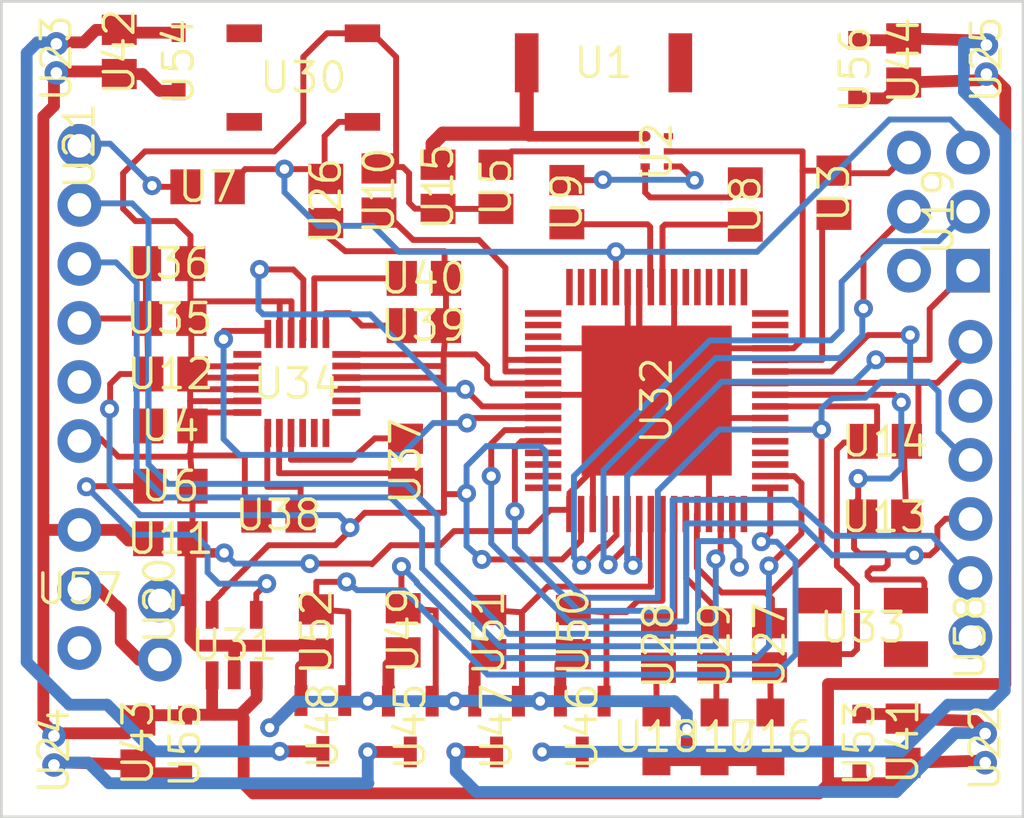
<source format=kicad_pcb>
(kicad_pcb (version 20221018) (generator pcbnew)
  (layers (0 "F.Cu" signal "Top") (31 "B.Cu" signal "Bottom") (34 "B.Paste" user) (35 "F.Paste" user) (36 "B.SilkS" user "B.Silkscreen") (37 "F.SilkS" user "F.Silkscreen") (38 "B.Mask" user) (39 "F.Mask" user) (44 "Edge.Cuts" user))
  (net 0 "")
  (net 1 "GND")
  (net 2 "3.3V")
  (net 3 "Net-(U1-Pad64)")
  (net 4 "Net-(U1-Pad63)")
  (net 5 "Net-(U1-Pad62)")
  (net 6 "Net-(C1-Pad1)")
  (net 7 "Net-(C5-Pad1)")
  (net 8 "Net-(C6-Pad1)")
  (net 9 "Net-(U1-Pad53)")
  (net 10 "Net-(U1-Pad52)")
  (net 11 "Net-(U1-Pad51)")
  (net 12 "/PE4")
  (net 13 "/PE3")
  (net 14 "Net-(U1-Pad48)")
  (net 15 "/TX0")
  (net 16 "/RX0")
  (net 17 "/PB7")
  (net 18 "/PB6")
  (net 19 "/PB5")
  (net 20 "/PB4")
  (net 21 "/MISO")
  (net 22 "/MOSI")
  (net 23 "/SCK")
  (net 24 "Net-(U1-Pad36)")
  (net 25 "Net-(U1-Pad32)")
  (net 26 "Net-(U1-Pad31)")
  (net 27 "Net-(U1-Pad30)")
  (net 28 "Net-(U1-Pad29)")
  (net 29 "/TX1")
  (net 30 "/RX1")
  (net 31 "/SDA")
  (net 32 "/SCL")
  (net 33 "Net-(C2-Pad1)")
  (net 34 "Net-(U1-Pad19)")
  (net 35 "Net-(U1-Pad18)")
  (net 36 "Net-(U1-Pad17)")
  (net 37 "Net-(U1-Pad16)")
  (net 38 "Net-(U1-Pad15)")
  (net 39 "Net-(U1-Pad14)")
  (net 40 "Net-(U1-Pad13)")
  (net 41 "/RESET")
  (net 42 "Net-(C17-Pad2)")
  (net 43 "Net-(C16-Pad1)")
  (net 44 "Net-(U1-Pad6)")
  (net 45 "Net-(U1-Pad5)")
  (net 46 "Net-(U1-Pad4)")
  (net 47 "Net-(U1-Pad3)")
  (net 48 "Net-(U1-Pad2)")
  (net 49 "Net-(U1-Pad1)")
  (net 50 "Net-(B1-Pad4)")
  (net 51 "Net-(B1-Pad3)")
  (net 52 "Net-(B1-Pad2)")
  (net 53 "/RFANT")
  (net 54 "Net-(J1-Pad2)")
  (net 55 "Net-(JP9-PadCTS)")
  (net 56 "Net-(C15-Pad1)")
  (net 57 "Net-(C7-Pad2)")
  (net 58 "/VBAT")
  (net 59 "Net-(C8-Pad2)")
  (net 60 "Net-(C13-Pad2)")
  (net 61 "Net-(C14-Pad2)")
  (net 62 "Net-(JP3-Pad2)")
  (net 63 "Net-(C12-Pad1)")
  (net 64 "Net-(R10-Pad1)")
  (net 65 "Net-(R3-Pad1)")
  (net 66 "Net-(U4-Pad14)")
  (net 67 "Net-(U4-Pad13)")
  (net 68 "Net-(U4-Pad12)")
  (net 69 "Net-(U4-Pad11)")
  (net 70 "Net-(U4-Pad10)")
  (net 71 "Net-(C25-Pad1)")
  (net 72 "Net-(C25-Pad2)")
  (net 73 "Net-(C26-Pad2)")
  (net 74 "Net-(U4-Pad1)")
  (net 75 "Net-(S2-Pad1)")
  (net 76 "Net-(JP2-PadCTS)")
  (net 77 "Net-(JP2-PadDTR)")
  (net 78 "Net-(BOT1-PadA)")
  (net 79 "Net-(ARM1-PadA)")
  (net 80 "Net-(PWR1-PadA)")
  (footprint "quadcopterJorge:ANTENNA-CHIP5" (layer "F.Cu") (at 152.4254 90.1065)
    (fp_text reference "U1")
    (fp_text value "")
  )
  (footprint "quadcopterJorge:BALUN-0805" (layer "F.Cu") (at 154.7114 93.9165 -90)
    (fp_text reference "U2")
    (fp_text value "")
  )
  (footprint "quadcopterJorge:C0805" (layer "F.Cu") (at 162.3314 95.6945 90)
    (fp_text reference "U3")
    (fp_text value "")
  )
  (footprint "quadcopterJorge:C0805" (layer "F.Cu") (at 133.8072 105.7275)
    (fp_text reference "U4")
    (fp_text value "")
  )
  (footprint "quadcopterJorge:C0805" (layer "F.Cu") (at 147.8026 95.4405 -90)
    (fp_text reference "U5")
    (fp_text value "")
  )
  (footprint "quadcopterJorge:C0805" (layer "F.Cu") (at 133.8072 108.3183)
    (fp_text reference "U6")
    (fp_text value "")
  )
  (footprint "quadcopterJorge:C0805" (layer "F.Cu") (at 135.4074 95.4405)
    (fp_text reference "U7")
    (fp_text value "")
  )
  (footprint "quadcopterJorge:C0805" (layer "F.Cu") (at 158.5214 96.2025 90)
    (fp_text reference "U8")
    (fp_text value "")
  )
  (footprint "quadcopterJorge:C0805" (layer "F.Cu") (at 150.8506 96.1009 -90)
    (fp_text reference "U9")
    (fp_text value "")
  )
  (footprint "quadcopterJorge:C0805" (layer "F.Cu") (at 142.7734 95.6 90)
    (fp_text reference "U10")
    (fp_text value "")
  )
  (footprint "quadcopterJorge:C0805" (layer "F.Cu") (at 133.8072 110.5789)
    (fp_text reference "U11")
    (fp_text value "")
  )
  (footprint "quadcopterJorge:C0805" (layer "F.Cu") (at 133.8072 103.4923)
    (fp_text reference "U12")
    (fp_text value "")
  )
  (footprint "quadcopterJorge:C0805" (layer "F.Cu") (at 164.4904 109.6391)
    (fp_text reference "U13")
    (fp_text value "")
  )
  (footprint "quadcopterJorge:C0805" (layer "F.Cu") (at 164.5158 106.3879)
    (fp_text reference "U14")
    (fp_text value "")
  )
  (footprint "quadcopterJorge:C0805" (layer "F.Cu") (at 145.3134 95.4405 90)
    (fp_text reference "U15")
    (fp_text value "")
  )
  (footprint "quadcopterJorge:CHIP-LED0805" (layer "F.Cu") (at 159.6 119.1 180)
    (fp_text reference "U16")
    (fp_text value "")
  )
  (footprint "quadcopterJorge:CHIP-LED0805" (layer "F.Cu") (at 157.2 119.1 180)
    (fp_text reference "U17")
    (fp_text value "")
  )
  (footprint "quadcopterJorge:CHIP-LED0805" (layer "F.Cu") (at 154.7 119.1 180)
    (fp_text reference "U18")
    (fp_text value "")
  )
  (footprint "quadcopterJorge:2X3-NS" (layer "F.Cu") (at 166.8272 96.5073 90)
    (fp_text reference "U19")
    (fp_text value "")
  )
  (footprint "quadcopterJorge:1X02" (layer "F.Cu") (at 133.35 114.5032 -90)
    (fp_text reference "U20")
    (fp_text value "")
  )
  (footprint "quadcopterJorge:FTDI_BASIC" (layer "F.Cu") (at 129.8956 100.0252 -90)
    (fp_text reference "U21")
    (fp_text value "")
  )
  (footprint "quadcopterJorge:653002114822" (layer "F.Cu") (at 168.1988 119.5832 -90)
    (fp_text reference "U22")
    (fp_text value "")
  )
  (footprint "quadcopterJorge:653002114822" (layer "F.Cu") (at 128.27 89.916 -90)
    (fp_text reference "U23")
    (fp_text value "")
  )
  (footprint "quadcopterJorge:653002114822" (layer "F.Cu") (at 129.4384 119.6848 90)
    (fp_text reference "U24")
    (fp_text value "")
  )
  (footprint "quadcopterJorge:653002114822" (layer "F.Cu") (at 168.2496 89.9668 -90)
    (fp_text reference "U25")
    (fp_text value "")
  )
  (footprint "quadcopterJorge:R0805" (layer "F.Cu") (at 140.4874 96.0501 -90)
    (fp_text reference "U26")
    (fp_text value "")
  )
  (footprint "quadcopterJorge:R0805" (layer "F.Cu") (at 159.56 115.16 90)
    (fp_text reference "U27")
    (fp_text value "")
  )
  (footprint "quadcopterJorge:R0805" (layer "F.Cu") (at 154.7876 115.1763 90)
    (fp_text reference "U28")
    (fp_text value "")
  )
  (footprint "quadcopterJorge:R0805" (layer "F.Cu") (at 157.2006 115.1763 90)
    (fp_text reference "U29")
    (fp_text value "")
  )
  (footprint "quadcopterJorge:TACTILE_SWITCH_SMD" (layer "F.Cu") (at 139.5222 90.7415 180)
    (fp_text reference "U30")
    (fp_text value "")
  )
  (footprint "quadcopterJorge:SOT23-DBV" (layer "F.Cu") (at 136.5504 115.1509)
    (fp_text reference "U31")
    (fp_text value "")
  )
  (footprint "quadcopterJorge:QFN-64" (layer "F.Cu") (at 154.7114 104.6353 -90)
    (fp_text reference "U32")
    (fp_text value "")
  )
  (footprint "quadcopterJorge:CRYSTAL-SMD-5X3" (layer "F.Cu") (at 163.576 114.3889)
    (fp_text reference "U33")
    (fp_text value "")
  )
  (footprint "quadcopterJorge:LGA-24" (layer "F.Cu") (at 139.2428 103.8987)
    (fp_text reference "U34")
    (fp_text value "")
  )
  (footprint "quadcopterJorge:C0805" (layer "F.Cu") (at 133.7564 101.1047)
    (fp_text reference "U35")
    (fp_text value "")
  )
  (footprint "quadcopterJorge:C0805" (layer "F.Cu") (at 133.7056 98.7425)
    (fp_text reference "U36")
    (fp_text value "")
  )
  (footprint "quadcopterJorge:C0805" (layer "F.Cu") (at 143.9164 107.2261 -90)
    (fp_text reference "U37")
    (fp_text value "")
  )
  (footprint "quadcopterJorge:C0805" (layer "F.Cu") (at 138.4554 109.5629)
    (fp_text reference "U38")
    (fp_text value "")
  )
  (footprint "quadcopterJorge:R0805" (layer "F.Cu") (at 144.7038 101.4095)
    (fp_text reference "U39")
    (fp_text value "")
  )
  (footprint "quadcopterJorge:R0805" (layer "F.Cu") (at 144.7038 99.3775)
    (fp_text reference "U40")
    (fp_text value "")
  )
  (footprint "quadcopterJorge:C0805" (layer "F.Cu") (at 165.3032 119.2657 90)
    (fp_text reference "U41")
    (fp_text value "")
  )
  (footprint "quadcopterJorge:C0805" (layer "F.Cu") (at 131.61 89.64 90)
    (fp_text reference "U42")
    (fp_text value "")
  )
  (footprint "quadcopterJorge:C0805" (layer "F.Cu") (at 132.4102 119.3419 -90)
    (fp_text reference "U43")
    (fp_text value "")
  )
  (footprint "quadcopterJorge:C0805" (layer "F.Cu") (at 165.3286 90.0049 90)
    (fp_text reference "U44")
    (fp_text value "")
  )
  (footprint "quadcopterJorge:CONTROLLER_SOT95P237X112-3N" (layer "F.Cu") (at 144.1196 118.6561 -90)
    (fp_text reference "U45")
    (fp_text value "")
  )
  (footprint "quadcopterJorge:CONTROLLER_SOT95P237X112-3N" (layer "F.Cu") (at 151.511 118.6561 -90)
    (fp_text reference "U46")
    (fp_text value "")
  )
  (footprint "quadcopterJorge:CONTROLLER_SOT95P237X112-3N" (layer "F.Cu") (at 147.828 118.6561 -90)
    (fp_text reference "U47")
    (fp_text value "")
  )
  (footprint "quadcopterJorge:CONTROLLER_SOT95P237X112-3N" (layer "F.Cu") (at 140.3604 118.6307 -90)
    (fp_text reference "U48")
    (fp_text value "")
  )
  (footprint "quadcopterJorge:R0805" (layer "F.Cu") (at 143.8148 114.5159 -90)
    (fp_text reference "U49")
    (fp_text value "")
  )
  (footprint "quadcopterJorge:R0805" (layer "F.Cu") (at 151.13 114.5921 -90)
    (fp_text reference "U50")
    (fp_text value "")
  )
  (footprint "quadcopterJorge:R0805" (layer "F.Cu") (at 147.4978 114.5921 -90)
    (fp_text reference "U51")
    (fp_text value "")
  )
  (footprint "quadcopterJorge:R0805" (layer "F.Cu") (at 140.081 114.5667 -90)
    (fp_text reference "U52")
    (fp_text value "")
  )
  (footprint "quadcopterJorge:SOD323_ST" (layer "F.Cu") (at 163.4236 119.3673 90)
    (fp_text reference "U53")
    (fp_text value "")
  )
  (footprint "quadcopterJorge:SOD323_ST" (layer "F.Cu") (at 134.16 90.06 90)
    (fp_text reference "U54")
    (fp_text value "")
  )
  (footprint "quadcopterJorge:SOD323_ST" (layer "F.Cu") (at 134.4422 119.4181 -90)
    (fp_text reference "U55")
    (fp_text value "")
  )
  (footprint "quadcopterJorge:SOD323_ST" (layer "F.Cu") (at 163.2458 90.3859 90)
    (fp_text reference "U56")
    (fp_text value "")
  )
  (footprint "quadcopterJorge:SWITCH-SPDT" (layer "F.Cu") (at 129.8956 112.7379 180)
    (fp_text reference "U57")
    (fp_text value "")
  )
  (footprint "quadcopterJorge:FTDI_BASIC" (layer "F.Cu") (at 168.1988 108.458 90)
    (fp_text reference "U58")
    (fp_text value "")
  )
  (gr_line (start 126.5428 122.5423) (end 126.5428 87.4649) (layer "Edge.Cuts") (width 0.12))
  (gr_line (start 126.5428 87.4649) (end 170.4594 87.4649) (layer "Edge.Cuts") (width 0.12))
  (gr_line (start 170.4594 122.5423) (end 126.5428 122.5423) (layer "Edge.Cuts") (width 0.12))
  (gr_line (start 170.4594 87.4649) (end 170.4594 122.5423) (layer "Edge.Cuts") (width 0.12))
  (segment (start 143.803 94.5905) (end 144.0688 94.8563) (width 0.254) (layer "F.Cu") (net 1))
  (segment (start 144.0688 96.1263) (end 144.3228 96.3803) (width 0.254) (layer "F.Cu") (net 1))
  (segment (start 144.3228 96.3803) (end 145.2236 96.3803) (width 0.254) (layer "F.Cu") (net 1))
  (segment (start 153.4614 104.5885) (end 153.9614 104.0885) (width 0.254) (layer "F.Cu") (net 1))
  (segment (start 155.4614 99.7543) (end 155.4614 102.5885) (width 0.254) (layer "F.Cu") (net 1))
  (segment (start 153.4668 99.7597) (end 153.4668 102.2731) (width 0.254) (layer "F.Cu") (net 1))
  (segment (start 138.4928 101.7697) (end 138.5062 102.0237) (width 0.254) (layer "F.Cu") (net 1))
  (segment (start 139.0142 102.0237) (end 139.0142 100.3681) (width 0.254) (layer "F.Cu") (net 1))
  (segment (start 144.0688 94.8563) (end 144.0688 96.1263) (width 0.254) (layer "F.Cu") (net 1))
  (segment (start 165.4404 109.6391) (end 165.3404 106.8959) (width 0.254) (layer "F.Cu") (net 1))
  (segment (start 153.4614 99.7543) (end 153.4668 99.7597) (width 0.254) (layer "F.Cu") (net 1))
  (segment (start 156.9614 105.4227) (end 156.9614 104.2945) (width 0.254) (layer "F.Cu") (net 1))
  (segment (start 152.1206 104.5885) (end 153.4614 104.5885) (width 0.254) (layer "F.Cu") (net 1))
  (segment (start 155.4614 102.5885) (end 153.9614 104.0885) (width 0.254) (layer "F.Cu") (net 1))
  (segment (start 156.9614 104.2945) (end 156.7434 104.0765) (width 0.254) (layer "F.Cu") (net 1))
  (segment (start 145.3134 96.3905) (end 147.8026 96.3905) (width 0.254) (layer "F.Cu") (net 1))
  (segment (start 138.5062 102.0237) (end 138.5062 100.3681) (width 0.254) (layer "F.Cu") (net 1))
  (segment (start 153.9614 99.7543) (end 153.9614 104.0885) (width 0.254) (layer "F.Cu") (net 1))
  (segment (start 155.2164 93.9165) (end 160.9852 93.9165) (width 0.254) (layer "F.Cu") (net 1))
  (segment (start 165.3404 106.8959) (end 165.3404 106.4133) (width 0.254) (layer "F.Cu") (net 1))
  (segment (start 152.1714 107.3785) (end 152.1714 104.6393) (width 0.254) (layer "F.Cu") (net 1))
  (segment (start 162.3432 94.8563) (end 162.3314 94.7445) (width 0.254) (layer "F.Cu") (net 1))
  (segment (start 151.9614 109.5163) (end 151.969781 109.3385) (width 0.254) (layer "F.Cu") (net 1))
  (segment (start 153.8097 101.9302) (end 153.4668 102.2731) (width 0.254) (layer "F.Cu") (net 1))
  (segment (start 153.9614 99.7543) (end 153.9614 102.3105) (width 0.254) (layer "F.Cu") (net 1))
  (segment (start 151.969781 109.3385) (end 151.969781 107.609744) (width 0.254) (layer "F.Cu") (net 1))
  (segment (start 138.9928 101.7697) (end 139.0142 102.0237) (width 0.254) (layer "F.Cu") (net 1))
  (segment (start 154.4574 102.8065) (end 152.1714 102.8065) (width 0.254) (layer "F.Cu") (net 1))
  (segment (start 142.7734 94.4905) (end 143.4846 94.5905) (width 0.254) (layer "F.Cu") (net 1))
  (segment (start 152.1714 104.6393) (end 152.1206 104.5885) (width 0.254) (layer "F.Cu") (net 1))
  (segment (start 145.2236 96.3803) (end 145.3134 96.3905) (width 0.254) (layer "F.Cu") (net 1))
  (segment (start 153.9614 99.7543) (end 153.9614 101.7785) (width 0.254) (layer "F.Cu") (net 1))
  (segment (start 152.1714 102.8065) (end 151.9174 102.5525) (width 0.254) (layer "F.Cu") (net 1))
  (segment (start 153.9614 101.7785) (end 153.8097 101.9302) (width 0.254) (layer "F.Cu") (net 1))
  (segment (start 132.715 93.9165) (end 131.7752 94.8563) (width 0.254) (layer "F.Cu") (net 1))
  (segment (start 153.9614 102.3105) (end 154.4574 102.8065) (width 0.254) (layer "F.Cu") (net 1))
  (segment (start 151.969781 107.609744) (end 152.1714 107.3785) (width 0.254) (layer "F.Cu") (net 1))
  (segment (start 153.9614 104.0885) (end 154.7114 104.6353) (width 0.254) (layer "F.Cu") (net 1))
  (segment (start 156.9614 109.5163) (end 156.9614 105.4227) (width 0.254) (layer "F.Cu") (net 1))
  (segment (start 143.4846 94.5905) (end 143.803 94.5905) (width 0.254) (layer "F.Cu") (net 1))
  (segment (start 134.6708 98.7273) (end 134.6708 100.3681) (width 0.254) (layer "F.Cu") (net 1))
  (segment (start 131.7752 96.3803) (end 132.3086 96.9137) (width 0.254) (layer "F.Cu") (net 1))
  (segment (start 134.0358 96.9137) (end 134.6708 97.5487) (width 0.254) (layer "F.Cu") (net 1))
  (segment (start 131.7752 94.8563) (end 131.7752 96.3803) (width 0.254) (layer "F.Cu") (net 1))
  (segment (start 132.3086 96.9137) (end 134.0358 96.9137) (width 0.254) (layer "F.Cu") (net 1))
  (segment (start 134.6708 97.5487) (end 134.6708 98.7273) (width 0.254) (layer "F.Cu") (net 1))
  (segment (start 134.6708 98.7273) (end 134.6556 98.7425) (width 0.254) (layer "F.Cu") (net 1))
  (segment (start 134.6708 111.0869) (end 134.6708 113.1951) (width 0.508) (layer "F.Cu") (net 1))
  (segment (start 139.8388 115.4167) (end 139.6238 115.2017) (width 0.4064) (layer "F.Cu") (net 1))
  (segment (start 133.4008 113.2205) (end 134.6454 113.2205) (width 0.508) (layer "F.Cu") (net 1))
  (segment (start 150.9614 108.618125) (end 151.969781 107.609744) (width 0.254) (layer "F.Cu") (net 1))
  (segment (start 134.5302 107.0483) (end 134.6572 106.9213) (width 0.254) (layer "F.Cu") (net 1))
  (segment (start 134.6708 113.1951) (end 134.6708 114.8969) (width 0.508) (layer "F.Cu") (net 1))
  (segment (start 151.9174 102.3853) (end 151.9174 102.5525) (width 0.254) (layer "F.Cu") (net 1))
  (segment (start 159.5924 102.3853) (end 155.6646 102.3853) (width 0.254) (layer "F.Cu") (net 1))
  (segment (start 139.5222 92.6719) (end 138.2776 93.9165) (width 0.254) (layer "F.Cu") (net 1))
  (segment (start 142.494 88.8365) (end 143.51 89.8525) (width 0.254) (layer "F.Cu") (net 1))
  (segment (start 139.3952 115.2017) (end 139.6238 115.2017) (width 0.4064) (layer "F.Cu") (net 1))
  (segment (start 129.8194 106.2863) (end 130.81 106.2863) (width 0.254) (layer "F.Cu") (net 1))
  (segment (start 134.6564 105.1687) (end 134.6564 105.8537) (width 0.254) (layer "F.Cu") (net 1))
  (segment (start 137.0076 106.9975) (end 134.7334 106.9975) (width 0.254) (layer "F.Cu") (net 1))
  (segment (start 143.51 89.8525) (end 143.51 94.5651) (width 0.254) (layer "F.Cu") (net 1))
  (segment (start 134.7334 106.9975) (end 134.6572 106.9213) (width 0.254) (layer "F.Cu") (net 1))
  (segment (start 138.5062 100.3681) (end 134.6708 100.3681) (width 0.254) (layer "F.Cu") (net 1))
  (segment (start 134.6708 110.5925) (end 134.6708 111.0869) (width 0.4064) (layer "F.Cu") (net 1))
  (segment (start 137.0076 106.9975) (end 137.0076 108.9787) (width 0.254) (layer "F.Cu") (net 1))
  (segment (start 137.0076 108.9787) (end 137.5054 109.5629) (width 0.254) (layer "F.Cu") (net 1))
  (segment (start 150.9614 109.5163) (end 150.9614 108.618125) (width 0.254) (layer "F.Cu") (net 1))
  (segment (start 149.8304 102.3853) (end 151.9174 102.3853) (width 0.254) (layer "F.Cu") (net 1))
  (segment (start 155.6646 102.3853) (end 155.4614 102.5885) (width 0.254) (layer "F.Cu") (net 1))
  (segment (start 164.6682 94.8563) (end 165.5572 93.9673) (width 0.254) (layer "F.Cu") (net 1))
  (segment (start 139.5222 89.8525) (end 139.5222 92.6719) (width 0.254) (layer "F.Cu") (net 1))
  (segment (start 166.7764 103.8733) (end 165.9382 103.8733) (width 0.254) (layer "F.Cu") (net 1))
  (segment (start 134.7572 108.3183) (end 134.7572 110.5789) (width 0.254) (layer "F.Cu") (net 1))
  (segment (start 143.51 94.5651) (end 143.4846 94.5905) (width 0.254) (layer "F.Cu") (net 1))
  (segment (start 130.81 106.2863) (end 131.572 107.0483) (width 0.254) (layer "F.Cu") (net 1))
  (segment (start 140.5382 88.8365) (end 139.5222 89.8525) (width 0.254) (layer "F.Cu") (net 1))
  (segment (start 159.5924 103.8853) (end 157.3706 103.8853) (width 0.254) (layer "F.Cu") (net 1))
  (segment (start 134.6572 106.9213) (end 134.7572 108.3183) (width 0.254) (layer "F.Cu") (net 1))
  (segment (start 157.3706 103.8853) (end 156.9614 104.2945) (width 0.254) (layer "F.Cu") (net 1))
  (segment (start 150.9572 109.3343) (end 150.9614 109.5163) (width 0.254) (layer "F.Cu") (net 1))
  (segment (start 165.9382 103.8733) (end 159.6044 103.8733) (width 0.254) (layer "F.Cu") (net 1))
  (segment (start 159.6044 103.8733) (end 159.5924 103.8853) (width 0.254) (layer "F.Cu") (net 1))
  (segment (start 134.6708 110.5925) (end 134.7572 110.5789) (width 0.4064) (layer "F.Cu") (net 1))
  (segment (start 166.7764 103.8733) (end 167.767 102.8827) (width 0.254) (layer "F.Cu") (net 1))
  (segment (start 167.767 102.8827) (end 167.767 102.4509) (width 0.254) (layer "F.Cu") (net 1))
  (segment (start 134.6454 113.2205) (end 134.6708 113.1951) (width 0.4064) (layer "F.Cu") (net 1))
  (segment (start 167.767 102.4509) (end 168.148 102.0699) (width 0.254) (layer "F.Cu") (net 1))
  (segment (start 165.9636 103.8987) (end 165.9382 103.8733) (width 0.254) (layer "F.Cu") (net 1))
  (segment (start 159.5924 105.3853) (end 156.9988 105.3853) (width 0.254) (layer "F.Cu") (net 1))
  (segment (start 145.9992 110.2487) (end 145.3896 110.8583) (width 0.254) (layer "F.Cu") (net 1))
  (segment (start 156.9988 105.3853) (end 156.9614 105.4227) (width 0.254) (layer "F.Cu") (net 1))
  (segment (start 142.0622 88.8365) (end 140.5382 88.8365) (width 0.254) (layer "F.Cu") (net 1))
  (segment (start 134.7572 105.7275) (end 134.6572 106.9213) (width 0.254) (layer "F.Cu") (net 1))
  (segment (start 140.081 115.5167) (end 139.8388 115.4167) (width 0.4064) (layer "F.Cu") (net 1))
  (segment (start 134.6708 100.3681) (end 134.6708 101.0903) (width 0.254) (layer "F.Cu") (net 1))
  (segment (start 149.8304 104.3853) (end 151.9174 104.3853) (width 0.254) (layer "F.Cu") (net 1))
  (segment (start 134.6564 105.8537) (end 134.7572 105.7275) (width 0.254) (layer "F.Cu") (net 1))
  (segment (start 142.0622 88.8365) (end 142.494 88.8365) (width 0.254) (layer "F.Cu") (net 1))
  (segment (start 131.572 107.0483) (end 134.5302 107.0483) (width 0.254) (layer "F.Cu") (net 1))
  (segment (start 151.9174 104.3853) (end 152.1206 104.5885) (width 0.254) (layer "F.Cu") (net 1))
  (segment (start 150.1394 109.3343) (end 150.9572 109.3343) (width 0.254) (layer "F.Cu") (net 1))
  (segment (start 162.3432 94.8563) (end 164.6682 94.8563) (width 0.254) (layer "F.Cu") (net 1))
  (segment (start 137.1138 104.6487) (end 137.3678 104.6607) (width 0.254) (layer "F.Cu") (net 1))
  (segment (start 134.6564 104.6607) (end 134.6564 105.1687) (width 0.254) (layer "F.Cu") (net 1))
  (segment (start 149.225 110.2487) (end 150.1394 109.3343) (width 0.254) (layer "F.Cu") (net 1))
  (segment (start 138.2776 93.9165) (end 132.715 93.9165) (width 0.254) (layer "F.Cu") (net 1))
  (segment (start 145.9992 110.2487) (end 149.225 110.2487) (width 0.254) (layer "F.Cu") (net 1))
  (segment (start 156.7434 104.0765) (end 153.8097 104.0765) (width 0.254) (layer "F.Cu") (net 1))
  (segment (start 153.8097 104.0765) (end 153.8097 101.9302) (width 0.254) (layer "F.Cu") (net 1))
  (segment (start 146.8882 117.5639) (end 146.8882 116.0517) (width 0.508) (layer "F.Cu") (net 1))
  (segment (start 136.1186 111.1885) (end 134.7724 111.1885) (width 0.4064) (layer "F.Cu") (net 1))
  (segment (start 134.6764 105.1487) (end 134.6564 105.1687) (width 0.254) (layer "F.Cu") (net 1))
  (segment (start 134.7064 101.1047) (end 134.7064 103.1621) (width 0.254) (layer "F.Cu") (net 1))
  (segment (start 134.7064 103.1621) (end 134.7064 103.4431) (width 0.254) (layer "F.Cu") (net 1))
  (segment (start 134.692 101.0903) (end 134.7064 101.1047) (width 0.254) (layer "F.Cu") (net 1))
  (segment (start 157.4038 119.9347) (end 157.2768 119.8077) (width 0.508) (layer "F.Cu") (net 1))
  (segment (start 136.4488 115.1763) (end 139.3698 115.1763) (width 0.508) (layer "F.Cu") (net 1))
  (segment (start 143.2814 110.8583) (end 142.4686 111.6711) (width 0.254) (layer "F.Cu") (net 1))
  (segment (start 137.1138 105.1487) (end 134.6764 105.1487) (width 0.254) (layer "F.Cu") (net 1))
  (segment (start 134.6708 101.0903) (end 134.692 101.0903) (width 0.254) (layer "F.Cu") (net 1))
  (segment (start 156 120.1) (end 157.143 120.1) (width 0.508) (layer "F.Cu") (net 1))
  (segment (start 143.1798 117.5639) (end 143.1798 116.0009) (width 0.508) (layer "F.Cu") (net 1))
  (segment (start 136.5504 116.4509) (end 136.5504 115.2779) (width 0.508) (layer "F.Cu") (net 1))
  (segment (start 134.7064 103.4431) (end 134.7572 103.4923) (width 0.254) (layer "F.Cu") (net 1))
  (segment (start 134.7572 103.4923) (end 134.6572 103.6701) (width 0.254) (layer "F.Cu") (net 1))
  (segment (start 134.6572 103.6701) (end 134.6572 104.0257) (width 0.254) (layer "F.Cu") (net 1))
  (segment (start 142.2908 117.5639) (end 143.1798 117.5639) (width 0.508) (layer "F.Cu") (net 1))
  (segment (start 137.3678 104.6607) (end 134.6564 104.6607) (width 0.254) (layer "F.Cu") (net 1))
  (segment (start 159.4066 120.1) (end 157.4 120.1) (width 0.508) (layer "F.Cu") (net 1))
  (segment (start 134.9502 115.1763) (end 136.4488 115.1763) (width 0.508) (layer "F.Cu") (net 1))
  (segment (start 134.6572 104.0257) (end 134.6572 104.6599) (width 0.254) (layer "F.Cu") (net 1))
  (segment (start 139.3698 115.1763) (end 139.3952 115.2017) (width 0.508) (layer "F.Cu") (net 1))
  (segment (start 134.6572 104.6599) (end 134.6564 104.6607) (width 0.254) (layer "F.Cu") (net 1))
  (segment (start 154.5776 120.1) (end 156 120.1) (width 0.508) (layer "F.Cu") (net 1))
  (segment (start 134.7724 111.1885) (end 134.6708 111.0869) (width 0.4064) (layer "F.Cu") (net 1))
  (segment (start 165.9636 103.8987) (end 165.9636 106.2727) (width 0.254) (layer "F.Cu") (net 1))
  (segment (start 150.5712 117.5639) (end 150.5712 116.0009) (width 0.508) (layer "F.Cu") (net 1))
  (segment (start 150.5712 116.0009) (end 151.13 115.5421) (width 0.508) (layer "F.Cu") (net 1))
  (segment (start 139.2428 117.5385) (end 139.4206 117.5385) (width 0.508) (layer "F.Cu") (net 1))
  (segment (start 139.8016 111.6457) (end 142.4432 111.6457) (width 0.254) (layer "F.Cu") (net 1))
  (segment (start 136.5504 115.2779) (end 136.4488 115.1763) (width 0.508) (layer "F.Cu") (net 1))
  (segment (start 134.6708 114.8969) (end 134.9502 115.1763) (width 0.508) (layer "F.Cu") (net 1))
  (segment (start 146.8882 116.0517) (end 147.4978 115.5421) (width 0.508) (layer "F.Cu") (net 1))
  (segment (start 142.4686 111.6711) (end 142.4432 111.6457) (width 0.254) (layer "F.Cu") (net 1))
  (segment (start 150.5712 117.5639) (end 149.7076 117.5639) (width 0.508) (layer "F.Cu") (net 1))
  (segment (start 159.4104 119.9347) (end 159.6136 119.8331) (width 0.508) (layer "F.Cu") (net 1))
  (segment (start 139.4206 117.5385) (end 139.4206 116.0771) (width 0.508) (layer "F.Cu") (net 1))
  (segment (start 138.0744 118.7069) (end 139.2428 117.5385) (width 0.508) (layer "F.Cu") (net 1))
  (segment (start 145.3896 110.8583) (end 143.2814 110.8583) (width 0.254) (layer "F.Cu") (net 1))
  (segment (start 139.0142 100.3681) (end 138.5062 100.3681) (width 0.254) (layer "F.Cu") (net 1))
  (segment (start 165.3404 106.4133) (end 165.4658 106.3879) (width 0.254) (layer "F.Cu") (net 1))
  (segment (start 139.4206 116.0771) (end 140.081 115.5167) (width 0.508) (layer "F.Cu") (net 1))
  (segment (start 143.1798 116.0009) (end 143.8148 115.4659) (width 0.508) (layer "F.Cu") (net 1))
  (segment (start 146.8882 117.5639) (end 146.0246 117.5639) (width 0.508) (layer "F.Cu") (net 1))
  (segment (start 165.9636 106.2727) (end 165.3404 106.8959) (width 0.254) (layer "F.Cu") (net 1))
  (segment (start 160.9852 101.9937) (end 160.9852 94.7547) (width 0.254) (layer "F.Cu") (net 1))
  (segment (start 160.9954 94.7445) (end 161.8082 94.7445) (width 0.254) (layer "F.Cu") (net 1))
  (segment (start 162.0774 94.7445) (end 161.8082 94.7445) (width 0.254) (layer "F.Cu") (net 1))
  (segment (start 159.5924 102.3853) (end 160.5936 102.3853) (width 0.254) (layer "F.Cu") (net 1))
  (segment (start 160.9852 94.7547) (end 160.9954 94.7445) (width 0.254) (layer "F.Cu") (net 1))
  (segment (start 162.3314 94.7445) (end 162.0774 94.7445) (width 0.254) (layer "F.Cu") (net 1))
  (segment (start 137.1138 104.1487) (end 134.7802 104.1487) (width 0.254) (layer "F.Cu") (net 1))
  (segment (start 160.5936 102.3853) (end 160.9852 101.9937) (width 0.254) (layer "F.Cu") (net 1))
  (segment (start 137.1138 103.6487) (end 134.6786 103.6487) (width 0.254) (layer "F.Cu") (net 1))
  (segment (start 160.9852 94.7547) (end 160.9852 93.9165) (width 0.254) (layer "F.Cu") (net 1))
  (segment (start 137.1004 103.1621) (end 134.7064 103.1621) (width 0.254) (layer "F.Cu") (net 1))
  (segment (start 134.7802 104.1487) (end 134.6572 104.0257) (width 0.254) (layer "F.Cu") (net 1))
  (segment (start 137.1138 103.1487) (end 137.1004 103.1621) (width 0.254) (layer "F.Cu") (net 1))
  (segment (start 134.6786 103.6487) (end 134.6572 103.6701) (width 0.254) (layer "F.Cu") (net 1))
  (segment (start 156 119.339236) (end 156 120.1) (width 0.508) (layer "F.Cu") (net 1))
  (segment (start 156.0068 119.332436) (end 156 119.339236) (width 0.25) (layer "F.Cu") (net 1))
  (segment (start 156.0068 118.7577) (end 156.0068 119.332436) (width 0.508) (layer "F.Cu") (net 1))
  (via (at 139.8016 111.6457) (size 0.8128) (drill 0.4064) (layers "F.Cu" "B.Cu") (net 1))
  (via (at 136.1186 111.1885) (size 0.8128) (drill 0.4064) (layers "F.Cu" "B.Cu") (net 1))
  (via (at 146.0246 117.5639) (size 0.8128) (drill 0.4064) (layers "F.Cu" "B.Cu") (net 1))
  (via (at 138.0744 118.7069) (size 0.8128) (drill 0.4064) (layers "F.Cu" "B.Cu") (net 1))
  (via (at 142.2908 117.5639) (size 0.8128) (drill 0.4064) (layers "F.Cu" "B.Cu") (net 1))
  (via (at 149.7076 117.5639) (size 0.8128) (drill 0.4064) (layers "F.Cu" "B.Cu") (net 1))
  (via (at 156.0068 118.7577) (size 0.8128) (drill 0.4064) (layers "F.Cu" "B.Cu") (net 1))
  (segment (start 156.0068 118.7577) (end 156.0068 118.0973) (width 0.508) (layer "B.Cu") (net 1))
  (segment (start 136.5758 111.6457) (end 139.8016 111.6457) (width 0.254) (layer "B.Cu") (net 1))
  (segment (start 146.177 117.5385) (end 146.0246 117.5639) (width 0.508) (layer "B.Cu") (net 1))
  (segment (start 138.0744 118.7069) (end 139.192 117.5893) (width 0.508) (layer "B.Cu") (net 1))
  (segment (start 136.1186 111.1885) (end 136.5758 111.6457) (width 0.254) (layer "B.Cu") (net 1))
  (segment (start 149.7076 117.5639) (end 146.177 117.5385) (width 0.508) (layer "B.Cu") (net 1))
  (segment (start 139.192 117.5893) (end 142.2654 117.5893) (width 0.508) (layer "B.Cu") (net 1))
  (segment (start 142.2654 117.5893) (end 142.2908 117.5639) (width 0.508) (layer "B.Cu") (net 1))
  (segment (start 146.0246 117.5639) (end 142.2908 117.5639) (width 0.508) (layer "B.Cu") (net 1))
  (segment (start 155.4734 117.5639) (end 156.0068 118.0973) (width 0.508) (layer "B.Cu") (net 1))
  (segment (start 155.4734 117.5639) (end 149.7076 117.5639) (width 0.508) (layer "B.Cu") (net 1))
  (segment (start 151.4602 109.3397) (end 151.4614 109.5163) (width 0.254) (layer "F.Cu") (net 2))
  (segment (start 157.5054 112.8903) (end 156.4386 111.8235) (width 0.254) (layer "F.Cu") (net 2))
  (segment (start 157.5054 112.8903) (end 159.385 112.8903) (width 0.254) (layer "F.Cu") (net 2))
  (segment (start 151.4602 110.6551) (end 151.4602 109.3397) (width 0.254) (layer "F.Cu") (net 2))
  (segment (start 146.9336 102.6487) (end 147.4216 103.1367) (width 0.254) (layer "F.Cu") (net 2))
  (segment (start 151.4602 110.6551) (end 150.6474 111.4679) (width 0.254) (layer "F.Cu") (net 2))
  (segment (start 161.8942 105.8853) (end 161.798 105.8799) (width 0.254) (layer "F.Cu") (net 2))
  (segment (start 145.5674 109.4613) (end 145.5674 108.6993) (width 0.254) (layer "F.Cu") (net 2))
  (segment (start 159.5924 103.3853) (end 162.2352 103.3853) (width 0.254) (layer "F.Cu") (net 2))
  (segment (start 132.8572 103.4923) (end 131.6482 103.4923) (width 0.254) (layer "F.Cu") (net 2))
  (segment (start 159.6644 113.1697) (end 159.6644 114.2501) (width 0.254) (layer "F.Cu") (net 2))
  (segment (start 141.3718 103.1487) (end 145.553 103.1487) (width 0.254) (layer "F.Cu") (net 2))
  (segment (start 140.4874 97.0001) (end 140.4874 97.5233) (width 0.254) (layer "F.Cu") (net 2))
  (segment (start 141.3256 98.2091) (end 145.5928 98.2091) (width 0.254) (layer "F.Cu") (net 2))
  (segment (start 162.2352 103.3853) (end 163.8046 101.8159) (width 0.254) (layer "F.Cu") (net 2))
  (segment (start 140.4874 97.5233) (end 141.3256 98.2091) (width 0.254) (layer "F.Cu") (net 2))
  (segment (start 145.553 103.1487) (end 145.553 103.6487) (width 0.254) (layer "F.Cu") (net 2))
  (segment (start 146.9336 102.6487) (end 145.553 102.6487) (width 0.254) (layer "F.Cu") (net 2))
  (segment (start 132.7556 98.7425) (end 132.7556 101.0039) (width 0.254) (layer "F.Cu") (net 2))
  (segment (start 132.8064 101.1047) (end 132.8564 103.4931) (width 0.254) (layer "F.Cu") (net 2))
  (segment (start 132.8564 103.4931) (end 132.8572 103.4923) (width 0.254) (layer "F.Cu") (net 2))
  (segment (start 145.6538 99.3775) (end 145.6538 101.4095) (width 0.254) (layer "F.Cu") (net 2))
  (segment (start 159.385 112.8903) (end 159.6644 113.1697) (width 0.254) (layer "F.Cu") (net 2))
  (segment (start 145.553 104.1487) (end 145.5674 104.1487) (width 0.254) (layer "F.Cu") (net 2))
  (segment (start 150.6474 111.4679) (end 147.193 111.4679) (width 0.254) (layer "F.Cu") (net 2))
  (segment (start 131.6482 103.4923) (end 131.2164 103.9241) (width 0.254) (layer "F.Cu") (net 2))
  (segment (start 131.2164 103.9241) (end 131.2164 104.9655) (width 0.254) (layer "F.Cu") (net 2))
  (segment (start 146.5428 108.6587) (end 146.5428 108.6305) (width 0.254) (layer "F.Cu") (net 2))
  (segment (start 145.6538 99.3775) (end 145.5928 99.3377) (width 0.254) (layer "F.Cu") (net 2))
  (segment (start 129.921 101.1047) (end 129.8194 101.2063) (width 0.254) (layer "F.Cu") (net 2))
  (segment (start 159.6644 114.2501) (end 159.5628 114.2517) (width 0.254) (layer "F.Cu") (net 2))
  (segment (start 145.553 103.6487) (end 145.553 104.1487) (width 0.254) (layer "F.Cu") (net 2))
  (segment (start 145.5928 99.3377) (end 145.5928 98.2091) (width 0.254) (layer "F.Cu") (net 2))
  (segment (start 147.4216 103.1367) (end 147.4216 103.6955) (width 0.254) (layer "F.Cu") (net 2))
  (segment (start 132.8064 101.1047) (end 129.921 101.1047) (width 0.254) (layer "F.Cu") (net 2))
  (segment (start 145.553 102.6487) (end 145.553 103.1487) (width 0.254) (layer "F.Cu") (net 2))
  (segment (start 141.3718 103.6487) (end 145.553 103.6487) (width 0.254) (layer "F.Cu") (net 2))
  (segment (start 132.8064 101.1047) (end 132.7556 101.0039) (width 0.254) (layer "F.Cu") (net 2))
  (segment (start 141.3718 104.1487) (end 145.553 104.1487) (width 0.254) (layer "F.Cu") (net 2))
  (segment (start 146.5428 108.6587) (end 145.608 108.6587) (width 0.254) (layer "F.Cu") (net 2))
  (segment (start 147.4216 103.6955) (end 147.6248 103.8987) (width 0.254) (layer "F.Cu") (net 2))
  (segment (start 159.5924 105.8853) (end 161.8942 105.8853) (width 0.254) (layer "F.Cu") (net 2))
  (segment (start 146.5428 108.6305) (end 146.5388 108.6265) (width 0.254) (layer "F.Cu") (net 2))
  (segment (start 132.8572 105.7275) (end 132.8572 103.4923) (width 0.254) (layer "F.Cu") (net 2))
  (segment (start 149.817 103.8987) (end 149.8304 103.8853) (width 0.254) (layer "F.Cu") (net 2))
  (segment (start 131.2164 104.9655) (end 131.191 104.9909) (width 0.254) (layer "F.Cu") (net 2))
  (segment (start 147.6248 103.8987) (end 149.817 103.8987) (width 0.254) (layer "F.Cu") (net 2))
  (segment (start 141.3718 102.6487) (end 145.553 102.6487) (width 0.254) (layer "F.Cu") (net 2))
  (segment (start 145.6538 101.4095) (end 145.553 102.6487) (width 0.254) (layer "F.Cu") (net 2))
  (segment (start 145.5674 104.1487) (end 145.5674 108.6993) (width 0.254) (layer "F.Cu") (net 2))
  (segment (start 145.608 108.6587) (end 145.5674 108.6993) (width 0.254) (layer "F.Cu") (net 2))
  (segment (start 161.798 110.6805) (end 161.798 105.8799) (width 0.254) (layer "F.Cu") (net 2))
  (segment (start 142.1638 109.4613) (end 145.5674 109.4613) (width 0.254) (layer "F.Cu") (net 2))
  (segment (start 136.017 112.8649) (end 138.0236 110.8583) (width 0.254) (layer "F.Cu") (net 2))
  (segment (start 163.8046 101.8159) (end 165.608 101.8159) (width 0.254) (layer "F.Cu") (net 2))
  (segment (start 159.385 112.8903) (end 159.5882 112.8903) (width 0.254) (layer "F.Cu") (net 2))
  (segment (start 138.0236 110.8583) (end 140.8938 110.8583) (width 0.254) (layer "F.Cu") (net 2))
  (segment (start 136.017 112.8649) (end 136.0424 112.8649) (width 0.254) (layer "F.Cu") (net 2))
  (segment (start 156.4386 111.8235) (end 156.4386 109.5391) (width 0.254) (layer "F.Cu") (net 2))
  (segment (start 141.5288 110.0963) (end 142.1638 109.4613) (width 0.254) (layer "F.Cu") (net 2))
  (segment (start 136.0424 112.8649) (end 135.6614 113.2459) (width 0.254) (layer "F.Cu") (net 2))
  (segment (start 135.636 113.8153) (end 135.6004 113.8509) (width 0.254) (layer "F.Cu") (net 2))
  (segment (start 135.6614 113.2459) (end 135.636 113.8153) (width 0.254) (layer "F.Cu") (net 2))
  (segment (start 141.5288 110.2233) (end 141.5288 110.0963) (width 0.254) (layer "F.Cu") (net 2))
  (segment (start 156.4386 109.5391) (end 156.4614 109.5163) (width 0.254) (layer "F.Cu") (net 2))
  (segment (start 140.8938 110.8583) (end 141.5288 110.2233) (width 0.254) (layer "F.Cu") (net 2))
  (segment (start 159.5882 112.8903) (end 161.798 110.6805) (width 0.254) (layer "F.Cu") (net 2))
  (via (at 141.5288 110.0963) (size 0.8128) (drill 0.4064) (layers "F.Cu" "B.Cu") (net 2))
  (via (at 146.5388 108.6265) (size 0.8128) (drill 0.4064) (layers "F.Cu" "B.Cu") (net 2))
  (via (at 161.798 105.8799) (size 0.8128) (drill 0.4064) (layers "F.Cu" "B.Cu") (net 2))
  (via (at 147.193 111.4679) (size 0.8128) (drill 0.4064) (layers "F.Cu" "B.Cu") (net 2))
  (via (at 131.191 104.9909) (size 0.8128) (drill 0.4064) (layers "F.Cu" "B.Cu") (net 2))
  (via (at 165.608 101.8159) (size 0.8128) (drill 0.4064) (layers "F.Cu" "B.Cu") (net 2))
  (segment (start 147.394 106.5911) (end 149.7076 106.5911) (width 0.254) (layer "B.Cu") (net 2))
  (segment (start 149.9362 106.8197) (end 149.9362 111.4933) (width 0.254) (layer "B.Cu") (net 2))
  (segment (start 154.7622 113.1189) (end 154.7622 108.5215) (width 0.254) (layer "B.Cu") (net 2))
  (segment (start 147.394 106.5911) (end 146.5388 107.4463) (width 0.254) (layer "B.Cu") (net 2))
  (segment (start 149.9362 111.4933) (end 151.5618 113.1189) (width 0.254) (layer "B.Cu") (net 2))
  (segment (start 149.7076 106.5911) (end 149.9362 106.8197) (width 0.254) (layer "B.Cu") (net 2))
  (segment (start 154.7622 108.5215) (end 157.4038 105.8799) (width 0.254) (layer "B.Cu") (net 2))
  (segment (start 151.5618 113.1189) (end 154.7622 113.1189) (width 0.254) (layer "B.Cu") (net 2))
  (segment (start 167.8686 106.8705) (end 168.148 107.1499) (width 0.254) (layer "B.Cu") (net 2))
  (segment (start 146.5388 110.8899) (end 147.193 111.4679) (width 0.254) (layer "B.Cu") (net 2))
  (segment (start 157.4038 105.8799) (end 161.798 105.8799) (width 0.254) (layer "B.Cu") (net 2))
  (segment (start 166.8272 105.9815) (end 167.7162 106.8705) (width 0.254) (layer "B.Cu") (net 2))
  (segment (start 167.7162 106.8705) (end 167.8686 106.8705) (width 0.254) (layer "B.Cu") (net 2))
  (segment (start 131.191 108.2421) (end 132.4864 109.5375) (width 0.254) (layer "B.Cu") (net 2))
  (segment (start 132.4864 109.5375) (end 132.4864 109.5629) (width 0.254) (layer "B.Cu") (net 2))
  (segment (start 146.5388 108.6265) (end 146.5388 107.4463) (width 0.254) (layer "B.Cu") (net 2))
  (segment (start 146.5388 108.6265) (end 146.5388 110.8899) (width 0.254) (layer "B.Cu") (net 2))
  (segment (start 132.4864 109.5629) (end 141.0462 109.5629) (width 0.254) (layer "B.Cu") (net 2))
  (segment (start 131.191 108.2421) (end 131.191 104.9909) (width 0.254) (layer "B.Cu") (net 2))
  (segment (start 141.5288 110.0455) (end 141.5288 110.0963) (width 0.254) (layer "B.Cu") (net 2))
  (segment (start 166.3954 103.8225) (end 165.6842 103.8225) (width 0.254) (layer "B.Cu") (net 2))
  (segment (start 165.6842 103.8225) (end 165.608 103.7463) (width 0.254) (layer "B.Cu") (net 2))
  (segment (start 141.0462 109.5629) (end 141.5288 110.0455) (width 0.254) (layer "B.Cu") (net 2))
  (segment (start 164.3634 103.8225) (end 165.5318 103.8225) (width 0.254) (layer "B.Cu") (net 2))
  (segment (start 165.608 103.7463) (end 165.5318 103.8225) (width 0.254) (layer "B.Cu") (net 2))
  (segment (start 161.798 105.8799) (end 161.798 104.9655) (width 0.254) (layer "B.Cu") (net 2))
  (segment (start 166.8272 105.9815) (end 166.8272 104.2543) (width 0.254) (layer "B.Cu") (net 2))
  (segment (start 165.608 101.8159) (end 165.608 103.7463) (width 0.254) (layer "B.Cu") (net 2))
  (segment (start 166.8272 104.2543) (end 166.3954 103.8225) (width 0.254) (layer "B.Cu") (net 2))
  (segment (start 162.2806 104.5337) (end 163.6776 104.5083) (width 0.254) (layer "B.Cu") (net 2))
  (segment (start 161.798 104.9655) (end 162.2806 104.5337) (width 0.254) (layer "B.Cu") (net 2))
  (segment (start 163.6776 104.5083) (end 164.3634 103.8225) (width 0.254) (layer "B.Cu") (net 2))
  (segment (start 159.5924 102.8853) (end 161.8234 102.8853) (width 0.254) (layer "F.Cu") (net 6))
  (segment (start 161.8234 102.8853) (end 161.8234 97.0525) (width 0.254) (layer "F.Cu") (net 6))
  (segment (start 161.8234 97.0525) (end 162.3314 96.6445) (width 0.254) (layer "F.Cu") (net 6))
  (segment (start 166.1414 112.3315) (end 163.9316 112.3315) (width 0.254) (layer "F.Cu") (net 7))
  (segment (start 163.3728 107.9881) (end 163.3728 108.8907) (width 0.254) (layer "F.Cu") (net 7))
  (segment (start 163.5404 109.6391) (end 163.449 109.6391) (width 0.254) (layer "F.Cu") (net 7))
  (segment (start 163.7792 112.0267) (end 163.7792 112.1791) (width 0.254) (layer "F.Cu") (net 7))
  (segment (start 163.7792 112.1791) (end 163.9316 112.3315) (width 0.254) (layer "F.Cu") (net 7))
  (segment (start 165.8944 113.2389) (end 166.2176 112.8649) (width 0.254) (layer "F.Cu") (net 7))
  (segment (start 163.3728 108.8907) (end 163.1324 109.1311) (width 0.254) (layer "F.Cu") (net 7))
  (segment (start 163.195 109.8931) (end 163.195 110.9853) (width 0.254) (layer "F.Cu") (net 7))
  (segment (start 165.426 113.2389) (end 165.8944 113.2389) (width 0.254) (layer "F.Cu") (net 7))
  (segment (start 166.2176 112.8649) (end 166.2176 112.4585) (width 0.254) (layer "F.Cu") (net 7))
  (segment (start 164.9222 104.3853) (end 165.227 104.7115) (width 0.254) (layer "F.Cu") (net 7))
  (segment (start 164.6428 111.3409) (end 164.5158 111.2139) (width 0.254) (layer "F.Cu") (net 7))
  (segment (start 164.4904 111.8489) (end 163.957 111.8489) (width 0.254) (layer "F.Cu") (net 7))
  (segment (start 163.957 111.8489) (end 163.7792 112.0267) (width 0.254) (layer "F.Cu") (net 7))
  (segment (start 159.5924 104.3853) (end 164.9222 104.3853) (width 0.254) (layer "F.Cu") (net 7))
  (segment (start 164.6428 111.6965) (end 164.6428 111.3409) (width 0.254) (layer "F.Cu") (net 7))
  (segment (start 163.449 109.6391) (end 163.195 109.8931) (width 0.254) (layer "F.Cu") (net 7))
  (segment (start 163.195 110.9853) (end 163.4236 111.2139) (width 0.254) (layer "F.Cu") (net 7))
  (segment (start 163.4236 111.2139) (end 164.5158 111.2139) (width 0.254) (layer "F.Cu") (net 7))
  (segment (start 163.1324 109.1311) (end 163.5404 109.6391) (width 0.254) (layer "F.Cu") (net 7))
  (segment (start 166.2176 112.4585) (end 166.1414 112.3315) (width 0.254) (layer "F.Cu") (net 7))
  (segment (start 164.4904 111.8489) (end 164.6428 111.6965) (width 0.254) (layer "F.Cu") (net 7))
  (via (at 165.227 104.7115) (size 0.8128) (drill 0.4064) (layers "F.Cu" "B.Cu") (net 7))
  (via (at 163.3728 107.9881) (size 0.8128) (drill 0.4064) (layers "F.Cu" "B.Cu") (net 7))
  (segment (start 165.227 107.5309) (end 164.7698 107.9881) (width 0.254) (layer "B.Cu") (net 7))
  (segment (start 165.227 104.7115) (end 165.227 107.5309) (width 0.254) (layer "B.Cu") (net 7))
  (segment (start 164.7698 107.9881) (end 163.3728 107.9881) (width 0.254) (layer "B.Cu") (net 7))
  (segment (start 162.7632 106.4387) (end 163.615 106.4387) (width 0.254) (layer "F.Cu") (net 8))
  (segment (start 164.1856 105.8681) (end 163.5658 106.3879) (width 0.254) (layer "F.Cu") (net 8))
  (segment (start 163.322 115.3287) (end 163.322 112.5855) (width 0.254) (layer "F.Cu") (net 8))
  (segment (start 162.4584 106.7435) (end 162.7632 106.4387) (width 0.254) (layer "F.Cu") (net 8))
  (segment (start 163.615 106.4387) (end 163.5658 106.3879) (width 0.254) (layer "F.Cu") (net 8))
  (segment (start 164.1856 104.8853) (end 164.1856 105.8681) (width 0.254) (layer "F.Cu") (net 8))
  (segment (start 163.322 112.5855) (end 162.6616 111.9251) (width 0.254) (layer "F.Cu") (net 8))
  (segment (start 161.726 115.5389) (end 163.1118 115.5389) (width 0.254) (layer "F.Cu") (net 8))
  (segment (start 163.1118 115.5389) (end 163.322 115.3287) (width 0.254) (layer "F.Cu") (net 8))
  (segment (start 159.5924 104.8853) (end 164.1856 104.8853) (width 0.254) (layer "F.Cu") (net 8))
  (segment (start 162.6616 111.9251) (end 162.6362 111.9251) (width 0.254) (layer "F.Cu") (net 8))
  (segment (start 162.6362 111.9251) (end 162.4584 111.7473) (width 0.254) (layer "F.Cu") (net 8))
  (segment (start 162.4584 111.7473) (end 162.4584 106.7435) (width 0.254) (layer "F.Cu") (net 8))
  (segment (start 143.7386 111.7727) (end 143.7386 114.1485) (width 0.254) (layer "F.Cu") (net 12))
  (segment (start 160.6284 107.8853) (end 160.9344 108.1913) (width 0.254) (layer "F.Cu") (net 12))
  (segment (start 143.7386 114.1485) (end 143.8148 113.5659) (width 0.254) (layer "F.Cu") (net 12))
  (segment (start 160.9344 110.3503) (end 159.5374 111.7473) (width 0.254) (layer "F.Cu") (net 12))
  (segment (start 160.9344 108.1913) (end 160.9344 110.3503) (width 0.254) (layer "F.Cu") (net 12))
  (segment (start 145.2118 113.6659) (end 143.8148 113.5659) (width 0.254) (layer "F.Cu") (net 12))
  (segment (start 145.0594 117.5639) (end 145.2118 117.5639) (width 0.254) (layer "F.Cu") (net 12))
  (segment (start 159.5924 107.8853) (end 160.6284 107.8853) (width 0.254) (layer "F.Cu") (net 12))
  (segment (start 145.2118 117.5639) (end 145.2118 113.6659) (width 0.254) (layer "F.Cu") (net 12))
  (via (at 159.5374 111.7473) (size 0.8128) (drill 0.4064) (layers "F.Cu" "B.Cu") (net 12))
  (via (at 143.7386 111.7727) (size 0.8128) (drill 0.4064) (layers "F.Cu" "B.Cu") (net 12))
  (segment (start 159.5374 115.1763) (end 159.004 115.7097) (width 0.254) (layer "B.Cu") (net 12))
  (segment (start 159.5374 111.7473) (end 159.5374 115.1763) (width 0.254) (layer "B.Cu") (net 12))
  (segment (start 147.6248 115.7097) (end 144.399 112.4839) (width 0.254) (layer "B.Cu") (net 12))
  (segment (start 159.004 115.7097) (end 147.6248 115.7097) (width 0.254) (layer "B.Cu") (net 12))
  (segment (start 144.399 112.4839) (end 144.399 112.4331) (width 0.254) (layer "B.Cu") (net 12))
  (segment (start 144.399 112.4331) (end 143.7386 111.7727) (width 0.254) (layer "B.Cu") (net 12))
  (segment (start 159.5924 108.3853) (end 159.5924 110.3207) (width 0.254) (layer "F.Cu") (net 13))
  (segment (start 140.081 112.4331) (end 141.3764 112.4331) (width 0.254) (layer "F.Cu") (net 13))
  (segment (start 141.4526 113.7167) (end 140.081 113.6167) (width 0.254) (layer "F.Cu") (net 13))
  (segment (start 159.5924 110.3207) (end 159.2072 110.7059) (width 0.254) (layer "F.Cu") (net 13))
  (segment (start 140.081 113.6167) (end 140.081 112.4331) (width 0.254) (layer "F.Cu") (net 13))
  (segment (start 141.4526 117.5131) (end 141.4526 113.7167) (width 0.254) (layer "F.Cu") (net 13))
  (segment (start 141.3002 117.5385) (end 141.4526 117.5131) (width 0.254) (layer "F.Cu") (net 13))
  (via (at 141.3764 112.4331) (size 0.8128) (drill 0.4064) (layers "F.Cu" "B.Cu") (net 13))
  (via (at 159.2072 110.7059) (size 0.8128) (drill 0.4064) (layers "F.Cu" "B.Cu") (net 13))
  (segment (start 144.6276 113.6015) (end 144.6276 113.5761) (width 0.254) (layer "B.Cu") (net 13))
  (segment (start 147.447 116.4209) (end 144.6276 113.6015) (width 0.254) (layer "B.Cu") (net 13))
  (segment (start 143.8402 112.7887) (end 141.8336 112.7887) (width 0.254) (layer "B.Cu") (net 13))
  (segment (start 160.6804 111.5187) (end 160.6804 115.5573) (width 0.254) (layer "B.Cu") (net 13))
  (segment (start 160.6804 115.5573) (end 159.8168 116.4209) (width 0.254) (layer "B.Cu") (net 13))
  (segment (start 141.8336 112.7887) (end 141.3764 112.4331) (width 0.254) (layer "B.Cu") (net 13))
  (segment (start 159.8168 116.4209) (end 147.447 116.4209) (width 0.254) (layer "B.Cu") (net 13))
  (segment (start 144.6276 113.5761) (end 143.8402 112.7887) (width 0.254) (layer "B.Cu") (net 13))
  (segment (start 159.2072 110.7059) (end 159.8676 110.7059) (width 0.254) (layer "B.Cu") (net 13))
  (segment (start 159.8676 110.7059) (end 160.6804 111.5187) (width 0.254) (layer "B.Cu") (net 13))
  (segment (start 157.9614 109.5163) (end 157.9614 110.6285) (width 0.254) (layer "F.Cu") (net 15))
  (segment (start 157.9614 110.6285) (end 158.2674 110.9345) (width 0.254) (layer "F.Cu") (net 15))
  (segment (start 158.2674 110.9345) (end 158.2674 111.7981) (width 0.254) (layer "F.Cu") (net 15))
  (via (at 158.2674 111.7981) (size 0.8128) (drill 0.4064) (layers "F.Cu" "B.Cu") (net 15))
  (segment (start 143.9164 108.2167) (end 145.288 109.5883) (width 0.254) (layer "B.Cu") (net 15))
  (segment (start 156.4894 110.6805) (end 158.0134 110.6805) (width 0.254) (layer "B.Cu") (net 15))
  (segment (start 158.0134 110.6805) (end 158.2674 110.9345) (width 0.254) (layer "B.Cu") (net 15))
  (segment (start 133.7056 108.2167) (end 143.9164 108.2167) (width 0.254) (layer "B.Cu") (net 15))
  (segment (start 132.8674 96.8629) (end 132.1562 96.1517) (width 0.254) (layer "B.Cu") (net 15))
  (segment (start 132.8674 107.3785) (end 133.7056 108.2167) (width 0.254) (layer "B.Cu") (net 15))
  (segment (start 132.8674 107.3785) (end 132.8674 96.8629) (width 0.254) (layer "B.Cu") (net 15))
  (segment (start 132.1562 96.1517) (end 129.8448 96.1517) (width 0.254) (layer "B.Cu") (net 15))
  (segment (start 158.2674 111.7981) (end 158.2674 110.9345) (width 0.254) (layer "B.Cu") (net 15))
  (segment (start 145.288 109.5883) (end 145.288 111.6203) (width 0.254) (layer "B.Cu") (net 15))
  (segment (start 145.288 111.6203) (end 148.336 114.6683) (width 0.254) (layer "B.Cu") (net 15))
  (segment (start 156.4894 114.6683) (end 156.4894 110.6805) (width 0.254) (layer "B.Cu") (net 15))
  (segment (start 148.336 114.6683) (end 156.4894 114.6683) (width 0.254) (layer "B.Cu") (net 15))
  (segment (start 129.8448 96.1517) (end 129.8194 96.1263) (width 0.254) (layer "B.Cu") (net 15))
  (segment (start 157.4614 109.5163) (end 157.4614 111.2325) (width 0.254) (layer "F.Cu") (net 16))
  (segment (start 157.4614 111.2325) (end 157.2514 111.4425) (width 0.254) (layer "F.Cu") (net 16))
  (via (at 157.2514 111.4425) (size 0.8128) (drill 0.4064) (layers "F.Cu" "B.Cu") (net 16))
  (segment (start 132.3594 99.5807) (end 131.4704 98.6917) (width 0.254) (layer "B.Cu") (net 16))
  (segment (start 132.3594 107.6325) (end 133.5278 108.8009) (width 0.254) (layer "B.Cu") (net 16))
  (segment (start 144.6276 111.8489) (end 147.9804 115.2017) (width 0.254) (layer "B.Cu") (net 16))
  (segment (start 147.9804 115.2017) (end 157.2514 115.2017) (width 0.254) (layer "B.Cu") (net 16))
  (segment (start 133.5278 108.8009) (end 143.2814 108.8009) (width 0.254) (layer "B.Cu") (net 16))
  (segment (start 144.6276 110.1471) (end 144.6276 111.8489) (width 0.254) (layer "B.Cu") (net 16))
  (segment (start 143.2814 108.8009) (end 144.6276 110.1471) (width 0.254) (layer "B.Cu") (net 16))
  (segment (start 157.2514 115.2017) (end 157.2514 111.4425) (width 0.254) (layer "B.Cu") (net 16))
  (segment (start 131.4704 98.6917) (end 129.8448 98.6917) (width 0.254) (layer "B.Cu") (net 16))
  (segment (start 129.8448 98.6917) (end 129.8194 98.6663) (width 0.254) (layer "B.Cu") (net 16))
  (segment (start 132.3594 107.6325) (end 132.3594 99.5807) (width 0.254) (layer "B.Cu") (net 16))
  (segment (start 157.099 114.2247) (end 157.2006 114.2263) (width 0.254) (layer "F.Cu") (net 17))
  (segment (start 155.9814 109.3585) (end 155.9614 109.5163) (width 0.254) (layer "F.Cu") (net 17))
  (segment (start 155.9814 112.2807) (end 157.099 113.3983) (width 0.254) (layer "F.Cu") (net 17))
  (segment (start 155.9814 109.3585) (end 155.9814 112.2807) (width 0.254) (layer "F.Cu") (net 17))
  (segment (start 157.099 113.3983) (end 157.099 114.2247) (width 0.254) (layer "F.Cu") (net 17))
  (segment (start 155.4226 114.4397) (end 154.901 114.4397) (width 0.254) (layer "F.Cu") (net 18))
  (segment (start 154.901 114.4397) (end 154.7876 114.2263) (width 0.254) (layer "F.Cu") (net 18))
  (segment (start 155.4734 109.3505) (end 155.4734 114.4143) (width 0.254) (layer "F.Cu") (net 18))
  (segment (start 155.4734 109.3505) (end 155.4614 109.5163) (width 0.254) (layer "F.Cu") (net 18))
  (segment (start 155.4734 114.4143) (end 155.4226 114.4397) (width 0.254) (layer "F.Cu") (net 18))
  (segment (start 154.9614 113.2245) (end 154.94 113.2459) (width 0.254) (layer "F.Cu") (net 19))
  (segment (start 154.94 113.2459) (end 153.8986 113.2459) (width 0.254) (layer "F.Cu") (net 19))
  (segment (start 152.5524 117.5385) (end 152.5524 113.7421) (width 0.254) (layer "F.Cu") (net 19))
  (segment (start 152.5524 113.7421) (end 151.13 113.6421) (width 0.254) (layer "F.Cu") (net 19))
  (segment (start 152.4508 117.5639) (end 152.5524 117.5385) (width 0.254) (layer "F.Cu") (net 19))
  (segment (start 154.9614 109.5163) (end 154.9614 113.2245) (width 0.254) (layer "F.Cu") (net 19))
  (segment (start 152.5524 113.7285) (end 152.5524 113.7421) (width 0.254) (layer "F.Cu") (net 19))
  (segment (start 153.416 113.7285) (end 152.5524 113.7285) (width 0.254) (layer "F.Cu") (net 19))
  (segment (start 153.8986 113.2459) (end 153.416 113.7285) (width 0.254) (layer "F.Cu") (net 19))
  (segment (start 148.9202 117.5639) (end 148.9202 113.7421) (width 0.254) (layer "F.Cu") (net 20))
  (segment (start 150.026 112.6363) (end 148.9202 113.7421) (width 0.254) (layer "F.Cu") (net 20))
  (segment (start 148.9202 113.7421) (end 147.4978 113.6421) (width 0.254) (layer "F.Cu") (net 20))
  (segment (start 148.7678 117.5639) (end 148.9202 117.5639) (width 0.254) (layer "F.Cu") (net 20))
  (segment (start 154.4574 112.6363) (end 150.026 112.6363) (width 0.254) (layer "F.Cu") (net 20))
  (segment (start 154.4614 112.6323) (end 154.4574 112.6363) (width 0.254) (layer "F.Cu") (net 20))
  (segment (start 154.4614 109.5163) (end 154.4614 112.6323) (width 0.254) (layer "F.Cu") (net 20))
  (segment (start 166.6748 100.4697) (end 168.0972 99.0473) (width 0.254) (layer "F.Cu") (net 21))
  (segment (start 164.1348 102.8827) (end 166.4462 102.8827) (width 0.254) (layer "F.Cu") (net 21))
  (segment (start 153.9494 109.3505) (end 153.9494 111.4679) (width 0.254) (layer "F.Cu") (net 21))
  (segment (start 153.9494 109.3505) (end 153.9614 109.5163) (width 0.254) (layer "F.Cu") (net 21))
  (segment (start 153.9494 111.4679) (end 153.6954 111.7219) (width 0.254) (layer "F.Cu") (net 21))
  (segment (start 166.4462 102.8827) (end 166.4462 100.6983) (width 0.254) (layer "F.Cu") (net 21))
  (segment (start 166.4462 100.6983) (end 166.6748 100.4697) (width 0.254) (layer "F.Cu") (net 21))
  (via (at 153.6954 111.7219) (size 0.8128) (drill 0.4064) (layers "F.Cu" "B.Cu") (net 21))
  (via (at 164.1348 102.8827) (size 0.8128) (drill 0.4064) (layers "F.Cu" "B.Cu") (net 21))
  (segment (start 157.5054 103.8225) (end 163.195 103.8225) (width 0.254) (layer "B.Cu") (net 21))
  (segment (start 163.195 103.8225) (end 164.1348 102.8827) (width 0.254) (layer "B.Cu") (net 21))
  (segment (start 153.4414 107.8865) (end 153.4414 111.4679) (width 0.254) (layer "B.Cu") (net 21))
  (segment (start 153.4414 111.4679) (end 153.6954 111.7219) (width 0.254) (layer "B.Cu") (net 21))
  (segment (start 157.5054 103.8225) (end 153.4414 107.8865) (width 0.254) (layer "B.Cu") (net 21))
  (segment (start 163.6014 98.4631) (end 165.5572 96.5073) (width 0.254) (layer "F.Cu") (net 22))
  (segment (start 153.4614 110.8637) (end 152.6286 111.6965) (width 0.254) (layer "F.Cu") (net 22))
  (segment (start 163.6014 98.4631) (end 163.6014 100.6729) (width 0.254) (layer "F.Cu") (net 22))
  (segment (start 153.4614 109.5163) (end 153.4614 110.8637) (width 0.254) (layer "F.Cu") (net 22))
  (via (at 152.6286 111.6965) (size 0.8128) (drill 0.4064) (layers "F.Cu" "B.Cu") (net 22))
  (via (at 163.6014 100.6729) (size 0.8128) (drill 0.4064) (layers "F.Cu" "B.Cu") (net 22))
  (segment (start 163.5506 101.8413) (end 163.5506 100.7237) (width 0.254) (layer "B.Cu") (net 22))
  (segment (start 162.5854 102.8065) (end 163.5506 101.8413) (width 0.254) (layer "B.Cu") (net 22))
  (segment (start 152.4254 107.6325) (end 152.4254 111.4933) (width 0.254) (layer "B.Cu") (net 22))
  (segment (start 152.4254 111.4933) (end 152.6286 111.6965) (width 0.254) (layer "B.Cu") (net 22))
  (segment (start 157.2514 102.8065) (end 162.5854 102.8065) (width 0.254) (layer "B.Cu") (net 22))
  (segment (start 152.4254 107.6325) (end 157.2514 102.8065) (width 0.254) (layer "B.Cu") (net 22))
  (segment (start 163.5506 100.7237) (end 163.6014 100.6729) (width 0.254) (layer "B.Cu") (net 22))
  (segment (start 152.273 110.9345) (end 151.4856 111.7219) (width 0.254) (layer "F.Cu") (net 23))
  (segment (start 152.9842 109.3157) (end 152.9614 109.5163) (width 0.254) (layer "F.Cu") (net 23))
  (segment (start 152.9842 110.4265) (end 152.9842 109.3157) (width 0.254) (layer "F.Cu") (net 23))
  (segment (start 152.9842 110.4265) (end 152.4762 110.9345) (width 0.254) (layer "F.Cu") (net 23))
  (segment (start 152.4762 110.9345) (end 152.273 110.9345) (width 0.254) (layer "F.Cu") (net 23))
  (via (at 151.4856 111.7219) (size 0.8128) (drill 0.4064) (layers "F.Cu" "B.Cu") (net 23))
  (segment (start 151.1554 111.3917) (end 151.4856 111.7219) (width 0.254) (layer "B.Cu") (net 23))
  (segment (start 156.9974 102.0445) (end 151.1554 107.8865) (width 0.254) (layer "B.Cu") (net 23))
  (segment (start 162.6616 101.5873) (end 162.6616 99.5299) (width 0.254) (layer "B.Cu") (net 23))
  (segment (start 164.4142 97.7773) (end 166.8272 97.7773) (width 0.254) (layer "B.Cu") (net 23))
  (segment (start 162.2044 102.0445) (end 156.9974 102.0445) (width 0.254) (layer "B.Cu") (net 23))
  (segment (start 162.6616 99.5299) (end 164.4142 97.7773) (width 0.254) (layer "B.Cu") (net 23))
  (segment (start 166.8272 97.7773) (end 168.0972 96.5073) (width 0.254) (layer "B.Cu") (net 23))
  (segment (start 151.1554 107.8865) (end 151.1554 111.3917) (width 0.254) (layer "B.Cu") (net 23))
  (segment (start 162.2044 102.0445) (end 162.6616 101.5873) (width 0.254) (layer "B.Cu") (net 23))
  (segment (start 148.6154 106.6673) (end 148.6154 109.4105) (width 0.254) (layer "F.Cu") (net 29))
  (segment (start 149.8304 106.3853) (end 148.8974 106.3853) (width 0.254) (layer "F.Cu") (net 29))
  (segment (start 148.8974 106.3853) (end 148.6154 106.6673) (width 0.254) (layer "F.Cu") (net 29))
  (via (at 148.6154 109.4105) (size 0.8128) (drill 0.4064) (layers "F.Cu" "B.Cu") (net 29))
  (segment (start 148.6154 110.9345) (end 148.6154 109.4105) (width 0.254) (layer "B.Cu") (net 29))
  (segment (start 162.2806 110.4519) (end 166.5478 110.4519) (width 0.254) (layer "B.Cu") (net 29))
  (segment (start 160.5534 108.9025) (end 155.3972 108.9025) (width 0.254) (layer "B.Cu") (net 29))
  (segment (start 151.3586 113.6777) (end 148.6154 110.9345) (width 0.254) (layer "B.Cu") (net 29))
  (segment (start 162.2806 110.4519) (end 160.5534 108.9025) (width 0.254) (layer "B.Cu") (net 29))
  (segment (start 155.3972 113.6777) (end 151.3586 113.6777) (width 0.254) (layer "B.Cu") (net 29))
  (segment (start 155.3972 108.9025) (end 155.3972 113.6777) (width 0.254) (layer "B.Cu") (net 29))
  (segment (start 166.5478 110.4519) (end 168.148 112.2299) (width 0.254) (layer "B.Cu") (net 29))
  (segment (start 149.8104 105.9053) (end 149.8304 105.8853) (width 0.254) (layer "F.Cu") (net 30))
  (segment (start 165.7858 111.2901) (end 166.4462 111.2901) (width 0.254) (layer "F.Cu") (net 30))
  (segment (start 166.4462 111.2901) (end 166.7764 110.9853) (width 0.254) (layer "F.Cu") (net 30))
  (segment (start 166.7764 110.0709) (end 167.132 109.7153) (width 0.254) (layer "F.Cu") (net 30))
  (segment (start 167.132 109.7153) (end 168.1226 109.7153) (width 0.254) (layer "F.Cu") (net 30))
  (segment (start 166.7764 110.9853) (end 166.7764 110.0709) (width 0.254) (layer "F.Cu") (net 30))
  (segment (start 168.1226 109.7153) (end 168.148 109.6899) (width 0.254) (layer "F.Cu") (net 30))
  (segment (start 147.5994 107.8865) (end 147.5994 106.4895) (width 0.254) (layer "F.Cu") (net 30))
  (segment (start 147.5994 106.4895) (end 148.1836 105.9053) (width 0.254) (layer "F.Cu") (net 30))
  (segment (start 148.1836 105.9053) (end 149.8104 105.9053) (width 0.254) (layer "F.Cu") (net 30))
  (via (at 147.5994 107.8865) (size 0.8128) (drill 0.4064) (layers "F.Cu" "B.Cu") (net 30))
  (via (at 165.7858 111.2901) (size 0.8128) (drill 0.4064) (layers "F.Cu" "B.Cu") (net 30))
  (segment (start 160.8836 109.9185) (end 162.2552 111.2901) (width 0.254) (layer "B.Cu") (net 30))
  (segment (start 147.5994 110.7821) (end 150.9522 114.1349) (width 0.254) (layer "B.Cu") (net 30))
  (segment (start 150.9522 114.1349) (end 155.9814 114.1349) (width 0.254) (layer "B.Cu") (net 30))
  (segment (start 147.5994 107.8865) (end 147.5994 110.7821) (width 0.254) (layer "B.Cu") (net 30))
  (segment (start 155.9814 114.1349) (end 155.9814 109.9185) (width 0.254) (layer "B.Cu") (net 30))
  (segment (start 162.2552 111.2901) (end 165.7858 111.2901) (width 0.254) (layer "B.Cu") (net 30))
  (segment (start 160.8836 109.9185) (end 155.9814 109.9185) (width 0.254) (layer "B.Cu") (net 30))
  (segment (start 149.8304 105.3853) (end 146.7732 105.3853) (width 0.254) (layer "F.Cu") (net 31))
  (segment (start 146.7732 105.3853) (end 146.558 105.6005) (width 0.254) (layer "F.Cu") (net 31))
  (segment (start 136.0932 101.9937) (end 136.0932 101.6381) (width 0.254) (layer "F.Cu") (net 31))
  (segment (start 137.9928 101.6381) (end 137.9928 101.7697) (width 0.254) (layer "F.Cu") (net 31))
  (segment (start 136.0932 101.6381) (end 137.9928 101.6381) (width 0.254) (layer "F.Cu") (net 31))
  (via (at 136.0932 101.9937) (size 0.8128) (drill 0.4064) (layers "F.Cu" "B.Cu") (net 31))
  (via (at 146.558 105.6005) (size 0.8128) (drill 0.4064) (layers "F.Cu" "B.Cu") (net 31))
  (segment (start 136.0932 101.9937) (end 136.0932 106.2863) (width 0.254) (layer "B.Cu") (net 31))
  (segment (start 136.0932 106.2863) (end 136.779 106.9721) (width 0.254) (layer "B.Cu") (net 31))
  (segment (start 136.779 106.9721) (end 143.7386 106.9721) (width 0.254) (layer "B.Cu") (net 31))
  (segment (start 143.7386 106.9721) (end 145.1102 105.6005) (width 0.254) (layer "B.Cu") (net 31))
  (segment (start 145.1102 105.6005) (end 146.558 105.6005) (width 0.254) (layer "B.Cu") (net 31))
  (segment (start 149.8304 104.8853) (end 147.2144 104.8853) (width 0.254) (layer "F.Cu") (net 32))
  (segment (start 147.2144 104.8853) (end 146.4818 104.1527) (width 0.254) (layer "F.Cu") (net 32))
  (segment (start 139.0904 98.9965) (end 137.6426 98.9965) (width 0.254) (layer "F.Cu") (net 32))
  (segment (start 139.4928 101.7697) (end 139.5222 102.0237) (width 0.254) (layer "F.Cu") (net 32))
  (segment (start 139.5222 102.0237) (end 139.5222 99.4283) (width 0.254) (layer "F.Cu") (net 32))
  (segment (start 139.5222 99.4283) (end 139.0904 98.9965) (width 0.254) (layer "F.Cu") (net 32))
  (via (at 146.4818 104.1527) (size 0.8128) (drill 0.4064) (layers "F.Cu" "B.Cu") (net 32))
  (via (at 137.6426 98.9965) (size 0.8128) (drill 0.4064) (layers "F.Cu" "B.Cu") (net 32))
  (segment (start 145.6182 104.1527) (end 146.4818 104.1527) (width 0.254) (layer "B.Cu") (net 32))
  (segment (start 137.795 100.9269) (end 142.3924 100.9269) (width 0.254) (layer "B.Cu") (net 32))
  (segment (start 142.3924 100.9269) (end 145.6182 104.1527) (width 0.254) (layer "B.Cu") (net 32))
  (segment (start 137.5918 99.0473) (end 137.5918 100.7237) (width 0.254) (layer "B.Cu") (net 32))
  (segment (start 137.6426 98.9965) (end 137.5918 99.0473) (width 0.254) (layer "B.Cu") (net 32))
  (segment (start 137.5918 100.7237) (end 137.795 100.9269) (width 0.254) (layer "B.Cu") (net 32))
  (segment (start 148.209 103.3853) (end 148.209 102.8853) (width 0.254) (layer "F.Cu") (net 33))
  (segment (start 148.209 102.8853) (end 148.209 98.9203) (width 0.254) (layer "F.Cu") (net 33))
  (segment (start 149.8304 102.8853) (end 148.209 102.8853) (width 0.254) (layer "F.Cu") (net 33))
  (segment (start 144.2466 97.7265) (end 147.066 97.7265) (width 0.254) (layer "F.Cu") (net 33))
  (segment (start 142.7734 96.3905) (end 142.7734 96.3041) (width 0.254) (layer "F.Cu") (net 33))
  (segment (start 149.8304 103.3853) (end 148.209 103.3853) (width 0.254) (layer "F.Cu") (net 33))
  (segment (start 142.7734 96.3041) (end 144.2466 97.7265) (width 0.254) (layer "F.Cu") (net 33))
  (segment (start 147.066 97.7265) (end 148.209 98.9203) (width 0.254) (layer "F.Cu") (net 33))
  (segment (start 140.4366 93.2561) (end 140.4366 95.1493) (width 0.254) (layer "F.Cu") (net 41))
  (segment (start 138.7094 94.6785) (end 137.0194 94.6785) (width 0.254) (layer "F.Cu") (net 41))
  (segment (start 138.7094 94.6785) (end 140.3994 94.6785) (width 0.254) (layer "F.Cu") (net 41))
  (segment (start 140.4366 95.1493) (end 140.4874 95.1001) (width 0.254) (layer "F.Cu") (net 41))
  (segment (start 140.3994 94.6785) (end 140.4874 95.1001) (width 0.254) (layer "F.Cu") (net 41))
  (segment (start 152.9588 98.2345) (end 152.9588 100.3105) (width 0.254) (layer "F.Cu") (net 41))
  (segment (start 152.9588 100.3105) (end 152.9614 99.7543) (width 0.254) (layer "F.Cu") (net 41))
  (segment (start 137.0194 94.6785) (end 136.3574 95.4405) (width 0.254) (layer "F.Cu") (net 41))
  (segment (start 141.0462 92.6465) (end 140.4366 93.2561) (width 0.254) (layer "F.Cu") (net 41))
  (segment (start 142.0622 92.6465) (end 141.0462 92.6465) (width 0.254) (layer "F.Cu") (net 41))
  (via (at 138.7094 94.6785) (size 0.8128) (drill 0.4064) (layers "F.Cu" "B.Cu") (net 41))
  (via (at 152.9588 98.2345) (size 0.8128) (drill 0.4064) (layers "F.Cu" "B.Cu") (net 41))
  (segment (start 159.0294 98.2345) (end 164.719 92.5449) (width 0.254) (layer "B.Cu") (net 41))
  (segment (start 164.719 92.5449) (end 167.3352 92.5449) (width 0.254) (layer "B.Cu") (net 41))
  (segment (start 138.7094 95.6691) (end 140.1572 97.1169) (width 0.254) (layer "B.Cu") (net 41))
  (segment (start 168.0972 93.9673) (end 168.0972 93.3069) (width 0.254) (layer "B.Cu") (net 41))
  (segment (start 143.637 98.2345) (end 152.9588 98.2345) (width 0.254) (layer "B.Cu") (net 41))
  (segment (start 168.0972 93.3069) (end 167.3352 92.5449) (width 0.254) (layer "B.Cu") (net 41))
  (segment (start 138.7094 94.6785) (end 138.7094 95.6691) (width 0.254) (layer "B.Cu") (net 41))
  (segment (start 142.5194 97.1169) (end 143.637 98.2345) (width 0.254) (layer "B.Cu") (net 41))
  (segment (start 152.9588 98.2345) (end 159.0294 98.2345) (width 0.254) (layer "B.Cu") (net 41))
  (segment (start 140.1572 97.1169) (end 142.5194 97.1169) (width 0.254) (layer "B.Cu") (net 41))
  (segment (start 154.3152 97.0509) (end 150.8506 97.0509) (width 0.254) (layer "F.Cu") (net 42))
  (segment (start 154.432 97.1677) (end 154.3152 97.0509) (width 0.254) (layer "F.Cu") (net 42))
  (segment (start 154.4614 99.7543) (end 154.432 99.7249) (width 0.254) (layer "F.Cu") (net 42))
  (segment (start 154.432 99.7249) (end 154.432 97.1677) (width 0.254) (layer "F.Cu") (net 42))
  (segment (start 158.466965 97.064916) (end 158.5214 97.1525) (width 0.254) (layer "F.Cu") (net 43))
  (segment (start 154.9614 99.7543) (end 154.9614 97.1717) (width 0.254) (layer "F.Cu") (net 43))
  (segment (start 155.068184 97.064916) (end 158.466965 97.064916) (width 0.254) (layer "F.Cu") (net 43))
  (segment (start 154.9614 97.1717) (end 155.068184 97.064916) (width 0.254) (layer "F.Cu") (net 43))
  (segment (start 155.2164 94.5665) (end 155.7424 94.5665) (width 0.254) (layer "F.Cu") (net 50))
  (segment (start 152.3848 95.1509) (end 152.4 95.1357) (width 0.254) (layer "F.Cu") (net 50))
  (segment (start 155.7424 94.5665) (end 156.337 95.1611) (width 0.254) (layer "F.Cu") (net 50))
  (segment (start 150.8506 95.1509) (end 152.3848 95.1509) (width 0.254) (layer "F.Cu") (net 50))
  (via (at 156.337 95.1611) (size 0.7874) (drill 0.381) (layers "F.Cu" "B.Cu") (net 50))
  (via (at 152.4 95.1357) (size 0.7874) (drill 0.381) (layers "F.Cu" "B.Cu") (net 50))
  (segment (start 152.4 95.1357) (end 156.3116 95.1357) (width 0.254) (layer "B.Cu") (net 50))
  (segment (start 156.3116 95.1357) (end 156.337 95.1611) (width 0.254) (layer "B.Cu") (net 50))
  (segment (start 157.8762 95.8977) (end 158.5214 95.2525) (width 0.254) (layer "F.Cu") (net 51))
  (segment (start 154.2164 94.5665) (end 154.2164 95.6821) (width 0.254) (layer "F.Cu") (net 51))
  (segment (start 154.2164 95.6821) (end 154.432 95.8977) (width 0.254) (layer "F.Cu") (net 51))
  (segment (start 154.432 95.8977) (end 157.8762 95.8977) (width 0.254) (layer "F.Cu") (net 51))
  (segment (start 154.2164 93.9165) (end 148.4766 93.9165) (width 0.254) (layer "F.Cu") (net 52))
  (segment (start 148.4766 93.9165) (end 147.8026 94.4905) (width 0.254) (layer "F.Cu") (net 52))
  (segment (start 149.1234 93.1545) (end 145.5166 93.1545) (width 0.6096) (layer "F.Cu") (net 53))
  (segment (start 145.5166 93.1545) (end 145.0848 93.5863) (width 0.6096) (layer "F.Cu") (net 53))
  (segment (start 145.0848 94.5651) (end 145.3134 94.4905) (width 0.6096) (layer "F.Cu") (net 53))
  (segment (start 149.1234 90.1065) (end 149.1234 93.1545) (width 0.6096) (layer "F.Cu") (net 53))
  (segment (start 145.0848 93.5863) (end 145.0848 94.5651) (width 0.6096) (layer "F.Cu") (net 53))
  (segment (start 149.2354 93.2665) (end 149.1234 93.1545) (width 0.4572) (layer "F.Cu") (net 53))
  (segment (start 154.2164 93.2665) (end 149.2354 93.2665) (width 0.4572) (layer "F.Cu") (net 53))
  (segment (start 133.0706 95.4405) (end 133.0198 95.3897) (width 0.254) (layer "F.Cu") (net 56))
  (segment (start 134.4574 95.4405) (end 133.0706 95.4405) (width 0.254) (layer "F.Cu") (net 56))
  (via (at 133.0198 95.3897) (size 0.8128) (drill 0.4064) (layers "F.Cu" "B.Cu") (net 56))
  (segment (start 129.8194 93.5863) (end 131.2164 93.5863) (width 0.254) (layer "B.Cu") (net 56))
  (segment (start 131.2164 93.5863) (end 133.0198 95.3897) (width 0.254) (layer "B.Cu") (net 56))
  (segment (start 165.3032 118.3157) (end 168.4056 118.4157) (width 0.508) (layer "F.Cu") (net 57))
  (segment (start 168.4056 118.4157) (end 168.9354 118.9455) (width 0.508) (layer "F.Cu") (net 57))
  (segment (start 147.828 119.7483) (end 146.0754 119.7483) (width 0.508) (layer "F.Cu") (net 57))
  (segment (start 163.4236 118.1173) (end 165.0048 118.1173) (width 0.508) (layer "F.Cu") (net 57))
  (segment (start 165.0048 118.1173) (end 165.3032 118.3157) (width 0.4064) (layer "F.Cu") (net 57))
  (via (at 146.0754 119.7483) (size 0.8128) (drill 0.4064) (layers "F.Cu" "B.Cu") (net 57))
  (segment (start 146.0754 120.5865) (end 146.558 121.0691) (width 0.508) (layer "B.Cu") (net 57))
  (segment (start 146.0754 119.7483) (end 146.0754 120.5865) (width 0.508) (layer "B.Cu") (net 57))
  (segment (start 168.9254 118.9355) (end 168.9354 118.9455) (width 0.4064) (layer "B.Cu") (net 57))
  (segment (start 165.3794 121.0945) (end 167.5384 118.9355) (width 0.508) (layer "B.Cu") (net 57))
  (segment (start 167.5384 118.9355) (end 168.9254 118.9355) (width 0.508) (layer "B.Cu") (net 57))
  (segment (start 146.558 121.0691) (end 146.5591 121.0691) (width 0.25) (layer "B.Cu") (net 57))
  (segment (start 146.96 121.47) (end 165.0039 121.47) (width 0.508) (layer "B.Cu") (net 57))
  (segment (start 146.5591 121.0691) (end 146.96 121.47) (width 0.508) (layer "B.Cu") (net 57))
  (segment (start 165.0039 121.47) (end 165.3794 121.0945) (width 0.508) (layer "B.Cu") (net 57))
  (segment (start 163.576 121.0945) (end 163.4236 120.6173) (width 0.508) (layer "F.Cu") (net 58))
  (segment (start 169.6974 91.2395) (end 168.9354 90.4775) (width 0.508) (layer "F.Cu") (net 58))
  (segment (start 128.3462 118.4883) (end 128.8034 118.9455) (width 0.508) (layer "F.Cu") (net 58))
  (segment (start 131.9566 118.9455) (end 132.4102 118.3919) (width 0.508) (layer "F.Cu") (net 58))
  (segment (start 132.7794 110.6551) (end 132.8572 110.5789) (width 0.4064) (layer "F.Cu") (net 58))
  (segment (start 162.0774 121.0945) (end 163.4544 121.0945) (width 0.508) (layer "F.Cu") (net 58))
  (segment (start 163.4544 121.0945) (end 163.4236 120.6173) (width 0.4064) (layer "F.Cu") (net 58))
  (segment (start 163.2458 91.6359) (end 164.5476 91.6359) (width 0.508) (layer "F.Cu") (net 58))
  (segment (start 169.6974 116.8273) (end 162.0774 116.8273) (width 0.508) (layer "F.Cu") (net 58))
  (segment (start 128.8034 118.9455) (end 131.9566 118.9455) (width 0.508) (layer "F.Cu") (net 58))
  (segment (start 164.5476 91.6359) (end 165.3286 90.9549) (width 0.508) (layer "F.Cu") (net 58))
  (segment (start 165.3032 120.2157) (end 168.9354 120.1157) (width 0.508) (layer "F.Cu") (net 58))
  (segment (start 169.6974 116.8273) (end 169.6974 91.2395) (width 0.508) (layer "F.Cu") (net 58))
  (segment (start 165.3032 120.2157) (end 165.3286 120.1157) (width 0.4064) (layer "F.Cu") (net 58))
  (segment (start 134.4422 118.1481) (end 134.4422 118.1681) (width 0.4064) (layer "F.Cu") (net 58))
  (segment (start 168.9354 120.1157) (end 168.9354 120.1955) (width 0.508) (layer "F.Cu") (net 58))
  (segment (start 165.3286 90.9549) (end 168.558 90.8549) (width 0.508) (layer "F.Cu") (net 58))
  (segment (start 168.558 90.8549) (end 168.9354 90.4775) (width 0.508) (layer "F.Cu") (net 58))
  (segment (start 165.3286 121.0945) (end 163.576 121.0945) (width 0.508) (layer "F.Cu") (net 58))
  (segment (start 162.0774 116.8273) (end 162.0774 121.0945) (width 0.508) (layer "F.Cu") (net 58))
  (segment (start 165.3286 120.1157) (end 165.3286 121.0945) (width 0.508) (layer "F.Cu") (net 58))
  (segment (start 134.4422 118.1681) (end 132.734 118.1681) (width 0.508) (layer "F.Cu") (net 58))
  (segment (start 132.0038 110.6551) (end 131.5466 110.1979) (width 0.508) (layer "F.Cu") (net 58))
  (segment (start 136.9568 118.3005) (end 136.8044 118.1481) (width 0.508) (layer "F.Cu") (net 58))
  (segment (start 129.8956 110.1979) (end 128.3462 110.1979) (width 0.508) (layer "F.Cu") (net 58))
  (segment (start 136.9568 121.1199) (end 136.9568 118.3005) (width 0.508) (layer "F.Cu") (net 58))
  (segment (start 135.6004 116.4509) (end 135.6004 118.0363) (width 0.508) (layer "F.Cu") (net 58))
  (segment (start 137.5156 116.4661) (end 137.5004 116.4509) (width 0.508) (layer "F.Cu") (net 58))
  (segment (start 132.734 118.1681) (end 132.4102 118.3919) (width 0.508) (layer "F.Cu") (net 58))
  (segment (start 134.4422 118.1481) (end 135.7122 118.1481) (width 0.508) (layer "F.Cu") (net 58))
  (segment (start 137.5156 117.4369) (end 137.5156 116.4661) (width 0.508) (layer "F.Cu") (net 58))
  (segment (start 135.6004 118.0363) (end 135.7122 118.1481) (width 0.508) (layer "F.Cu") (net 58))
  (segment (start 131.5466 110.1979) (end 129.8956 110.1979) (width 0.508) (layer "F.Cu") (net 58))
  (segment (start 135.7122 118.1481) (end 136.8044 118.1481) (width 0.508) (layer "F.Cu") (net 58))
  (segment (start 128.3462 92.4179) (end 128.3462 110.1979) (width 0.508) (layer "F.Cu") (net 58))
  (segment (start 128.3462 110.1979) (end 128.3462 118.4883) (width 0.508) (layer "F.Cu") (net 58))
  (segment (start 132.7794 110.6551) (end 132.0038 110.6551) (width 0.508) (layer "F.Cu") (net 58))
  (segment (start 136.8044 118.1481) (end 137.5156 117.4369) (width 0.508) (layer "F.Cu") (net 58))
  (segment (start 131.4975 90.4775) (end 131.61 90.59) (width 0.25) (layer "F.Cu") (net 58))
  (segment (start 162.0774 121.0945) (end 162.0774 121.1426) (width 0.25) (layer "F.Cu") (net 58))
  (segment (start 132.61 90.59) (end 133.33 91.31) (width 0.508) (layer "F.Cu") (net 58))
  (segment (start 162.0774 121.1426) (end 161.69 121.53) (width 0.508) (layer "F.Cu") (net 58))
  (segment (start 137.3669 121.53) (end 136.9568 121.1199) (width 0.508) (layer "F.Cu") (net 58))
  (segment (start 133.33 91.31) (end 134.16 91.31) (width 0.508) (layer "F.Cu") (net 58))
  (segment (start 128.8034 91.9607) (end 128.8034 90.4775) (width 0.508) (layer "F.Cu") (net 58))
  (segment (start 161.69 121.53) (end 137.3669 121.53) (width 0.508) (layer "F.Cu") (net 58))
  (segment (start 128.3462 92.4179) (end 128.8034 91.9607) (width 0.508) (layer "F.Cu") (net 58))
  (segment (start 128.8034 90.4775) (end 131.4975 90.4775) (width 0.508) (layer "F.Cu") (net 58))
  (segment (start 131.61 90.59) (end 132.61 90.59) (width 0.508) (layer "F.Cu") (net 58))
  (segment (start 140.3604 119.7229) (end 138.5062 119.7229) (width 0.508) (layer "F.Cu") (net 59))
  (segment (start 134.16 88.81) (end 131.73 88.81) (width 0.508) (layer "F.Cu") (net 59))
  (segment (start 134.13 88.84) (end 134.16 88.81) (width 0.25) (layer "F.Cu") (net 59))
  (segment (start 130.07 89.23) (end 130.0675 89.2275) (width 0.25) (layer "F.Cu") (net 59))
  (segment (start 130.0675 89.2275) (end 128.8034 89.2275) (width 0.508) (layer "F.Cu") (net 59))
  (segment (start 131.73 88.81) (end 131.61 88.69) (width 0.25) (layer "F.Cu") (net 59))
  (segment (start 130.61 88.69) (end 130.07 89.23) (width 0.508) (layer "F.Cu") (net 59))
  (segment (start 131.61 88.69) (end 130.61 88.69) (width 0.508) (layer "F.Cu") (net 59))
  (via (at 138.5062 119.7229) (size 0.8128) (drill 0.4064) (layers "F.Cu" "B.Cu") (net 59))
  (segment (start 133.096 119.7229) (end 131.0894 117.7163) (width 0.508) (layer "B.Cu") (net 59))
  (segment (start 138.5062 119.7229) (end 133.096 119.7229) (width 0.508) (layer "B.Cu") (net 59))
  (segment (start 129.4638 117.7163) (end 128.3462 116.5987) (width 0.508) (layer "B.Cu") (net 59))
  (segment (start 131.0894 117.7163) (end 129.4638 117.7163) (width 0.508) (layer "B.Cu") (net 59))
  (segment (start 128.8034 89.2275) (end 128.090637 89.2275) (width 0.508) (layer "B.Cu") (net 59))
  (segment (start 128.090637 89.2275) (end 127.63 89.688137) (width 0.508) (layer "B.Cu") (net 59))
  (segment (start 127.63 115.8825) (end 128.3462 116.5987) (width 0.508) (layer "B.Cu") (net 59))
  (segment (start 127.63 89.688137) (end 127.63 115.8825) (width 0.508) (layer "B.Cu") (net 59))
  (segment (start 128.807 120.1919) (end 128.8034 120.1955) (width 0.4064) (layer "F.Cu") (net 60))
  (segment (start 144.1196 119.7483) (end 142.2908 119.7483) (width 0.508) (layer "F.Cu") (net 60))
  (segment (start 132.8864 120.6681) (end 132.4102 120.2919) (width 0.508) (layer "F.Cu") (net 60))
  (segment (start 134.4422 120.6681) (end 132.8864 120.6681) (width 0.508) (layer "F.Cu") (net 60))
  (segment (start 132.4102 120.2919) (end 128.807 120.1919) (width 0.508) (layer "F.Cu") (net 60))
  (via (at 142.2908 119.7483) (size 0.8128) (drill 0.4064) (layers "F.Cu" "B.Cu") (net 60))
  (segment (start 142.2908 121.0691) (end 142.3162 121.0945) (width 0.508) (layer "B.Cu") (net 60))
  (segment (start 142.3162 121.0945) (end 131.1656 121.0945) (width 0.508) (layer "B.Cu") (net 60))
  (segment (start 131.1656 121.0945) (end 130.2766 120.2055) (width 0.508) (layer "B.Cu") (net 60))
  (segment (start 130.2766 120.2055) (end 128.8134 120.2055) (width 0.508) (layer "B.Cu") (net 60))
  (segment (start 128.8134 120.2055) (end 128.8034 120.1955) (width 0.4064) (layer "B.Cu") (net 60))
  (segment (start 142.2908 119.7483) (end 142.2908 121.0691) (width 0.508) (layer "B.Cu") (net 60))
  (segment (start 151.511 119.7483) (end 149.7838 119.7483) (width 0.508) (layer "F.Cu") (net 61))
  (segment (start 163.2458 89.1359) (end 165.3096 89.1359) (width 0.508) (layer "F.Cu") (net 61))
  (segment (start 165.3096 89.1359) (end 165.3286 89.0549) (width 0.4064) (layer "F.Cu") (net 61))
  (segment (start 168.8628 89.1549) (end 168.9354 89.2275) (width 0.4064) (layer "F.Cu") (net 61))
  (segment (start 165.3286 89.0549) (end 168.8628 89.1549) (width 0.508) (layer "F.Cu") (net 61))
  (via (at 149.7838 119.7483) (size 0.8128) (drill 0.4064) (layers "F.Cu" "B.Cu") (net 61))
  (segment (start 169.672 117.1067) (end 169.6974 93.1291) (width 0.508) (layer "B.Cu") (net 61))
  (segment (start 165.227 119.7229) (end 167.2336 117.7163) (width 0.508) (layer "B.Cu") (net 61))
  (segment (start 169.6974 93.1291) (end 167.9194 91.3511) (width 0.508) (layer "B.Cu") (net 61))
  (segment (start 169.0624 117.7163) (end 169.672 117.1067) (width 0.508) (layer "B.Cu") (net 61))
  (segment (start 167.2336 117.7163) (end 169.0624 117.7163) (width 0.508) (layer "B.Cu") (net 61))
  (segment (start 167.9348 89.2275) (end 168.9354 89.2275) (width 0.508) (layer "B.Cu") (net 61))
  (segment (start 149.7838 119.7483) (end 165.227 119.7229) (width 0.508) (layer "B.Cu") (net 61))
  (segment (start 167.9194 89.2429) (end 167.9348 89.2275) (width 0.4064) (layer "B.Cu") (net 61))
  (segment (start 167.9194 91.3511) (end 167.9194 89.2429) (width 0.508) (layer "B.Cu") (net 61))
  (segment (start 130.7338 112.7379) (end 131.445 113.4491) (width 0.508) (layer "F.Cu") (net 62))
  (segment (start 129.8956 112.7379) (end 130.7338 112.7379) (width 0.508) (layer "F.Cu") (net 62))
  (segment (start 131.445 113.4491) (end 131.4704 113.4491) (width 0.4064) (layer "F.Cu") (net 62))
  (segment (start 131.4704 113.4491) (end 131.6736 113.6523) (width 0.508) (layer "F.Cu") (net 62))
  (segment (start 132.461 115.7859) (end 133.3754 115.7859) (width 0.508) (layer "F.Cu") (net 62))
  (segment (start 133.3754 115.7859) (end 133.4008 115.7605) (width 0.4064) (layer "F.Cu") (net 62))
  (segment (start 131.6736 113.6523) (end 131.6736 114.9985) (width 0.508) (layer "F.Cu") (net 62))
  (segment (start 131.6736 114.9985) (end 132.461 115.7859) (width 0.508) (layer "F.Cu") (net 62))
  (segment (start 137.5004 112.9563) (end 137.9474 112.5093) (width 0.254) (layer "F.Cu") (net 63))
  (segment (start 130.2258 108.3183) (end 130.2004 108.3437) (width 0.254) (layer "F.Cu") (net 63))
  (segment (start 137.5004 113.8509) (end 137.5004 112.9563) (width 0.254) (layer "F.Cu") (net 63))
  (segment (start 130.2258 108.3183) (end 132.8572 108.3183) (width 0.254) (layer "F.Cu") (net 63))
  (via (at 137.9474 112.5093) (size 0.8128) (drill 0.4064) (layers "F.Cu" "B.Cu") (net 63))
  (via (at 130.2004 108.3437) (size 0.8128) (drill 0.4064) (layers "F.Cu" "B.Cu") (net 63))
  (segment (start 134.8486 110.4011) (end 135.4074 110.9599) (width 0.254) (layer "B.Cu") (net 63))
  (segment (start 132.1816 110.4011) (end 132.1816 110.3249) (width 0.254) (layer "B.Cu") (net 63))
  (segment (start 132.1816 110.3249) (end 130.2004 108.3437) (width 0.254) (layer "B.Cu") (net 63))
  (segment (start 135.4074 110.9599) (end 135.4074 112.0267) (width 0.254) (layer "B.Cu") (net 63))
  (segment (start 135.4074 112.0267) (end 135.89 112.5093) (width 0.254) (layer "B.Cu") (net 63))
  (segment (start 135.89 112.5093) (end 137.9474 112.5093) (width 0.254) (layer "B.Cu") (net 63))
  (segment (start 134.8486 110.4011) (end 132.1816 110.4011) (width 0.254) (layer "B.Cu") (net 63))
  (segment (start 139.9928 99.3775) (end 139.9928 101.7697) (width 0.254) (layer "F.Cu") (net 64))
  (segment (start 143.7538 99.3775) (end 139.9928 99.3775) (width 0.254) (layer "F.Cu") (net 64))
  (segment (start 142.0368 101.4095) (end 143.7538 101.4095) (width 0.254) (layer "F.Cu") (net 65))
  (segment (start 141.5034 100.8761) (end 142.0368 101.4095) (width 0.254) (layer "F.Cu") (net 65))
  (segment (start 140.4928 101.7697) (end 140.4928 100.8761) (width 0.254) (layer "F.Cu") (net 65))
  (segment (start 140.4928 100.8761) (end 141.5034 100.8761) (width 0.254) (layer "F.Cu") (net 65))
  (segment (start 142.5956 106.2609) (end 143.9012 106.2609) (width 0.254) (layer "F.Cu") (net 71))
  (segment (start 138.9928 107.1793) (end 141.5756 107.1793) (width 0.254) (layer "F.Cu") (net 71))
  (segment (start 141.5756 107.1793) (end 142.5956 106.2609) (width 0.254) (layer "F.Cu") (net 71))
  (segment (start 138.9928 106.0277) (end 138.9928 107.1793) (width 0.254) (layer "F.Cu") (net 71))
  (segment (start 143.9012 106.2609) (end 143.9164 106.2761) (width 0.254) (layer "F.Cu") (net 71))
  (segment (start 138.4928 106.0277) (end 138.4808 105.7737) (width 0.254) (layer "F.Cu") (net 72))
  (segment (start 143.4998 107.7595) (end 143.9164 108.1761) (width 0.254) (layer "F.Cu") (net 72))
  (segment (start 138.4808 105.7737) (end 138.4808 107.7595) (width 0.254) (layer "F.Cu") (net 72))
  (segment (start 138.4808 107.7595) (end 143.4998 107.7595) (width 0.254) (layer "F.Cu") (net 72))
  (segment (start 139.4054 108.3437) (end 139.4054 109.5629) (width 0.254) (layer "F.Cu") (net 73))
  (segment (start 137.9928 106.0277) (end 137.9728 105.7737) (width 0.254) (layer "F.Cu") (net 73))
  (segment (start 137.9728 108.3437) (end 139.4054 108.3437) (width 0.254) (layer "F.Cu") (net 73))
  (segment (start 137.9728 105.7737) (end 137.9728 108.3437) (width 0.254) (layer "F.Cu") (net 73))
  (segment (start 157.2768 116.1025) (end 157.2006 116.1263) (width 0.254) (layer "F.Cu") (net 78))
  (segment (start 157.2768 117.7077) (end 157.2768 116.1025) (width 0.254) (layer "F.Cu") (net 78))
  (segment (start 154.7114 117.7077) (end 154.686 116.1279) (width 0.254) (layer "F.Cu") (net 79))
  (segment (start 154.686 116.1279) (end 154.7876 116.1263) (width 0.254) (layer "F.Cu") (net 79))
  (segment (start 159.6136 117.7331) (end 159.5882 116.0771) (width 0.254) (layer "F.Cu") (net 80))
  (segment (start 159.5882 116.0771) (end 159.5628 116.1517) (width 0.254) (layer "F.Cu") (net 80))
)
</source>
